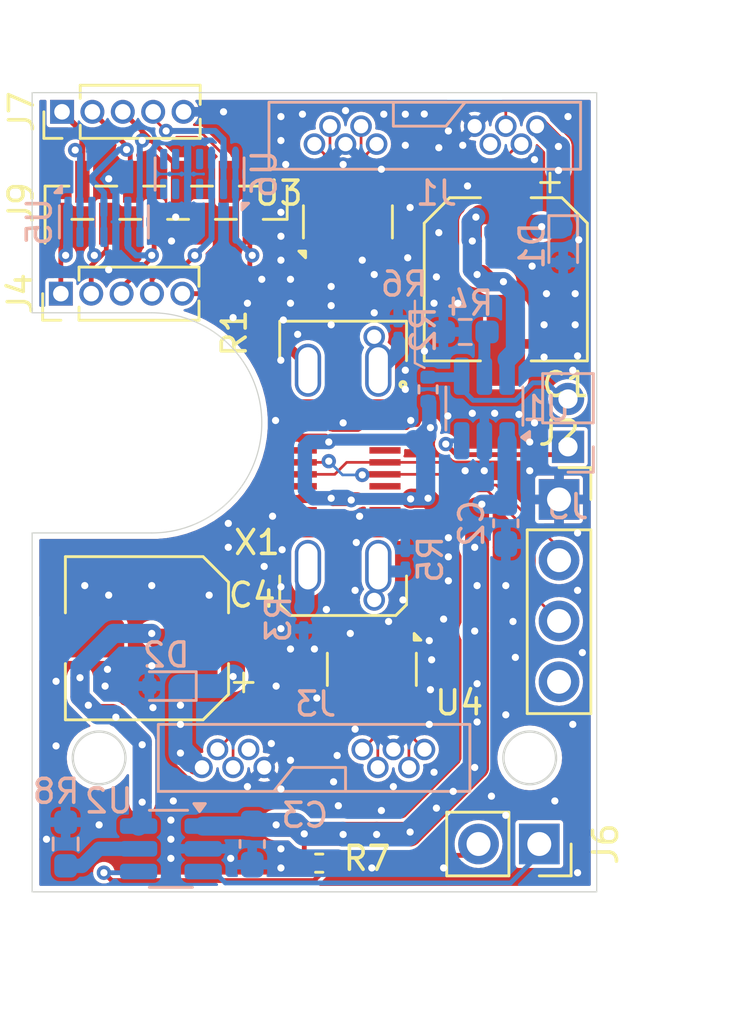
<source format=kicad_pcb>
(kicad_pcb (version 20240108) (generator "pcbnew") (generator_version "8.0")
  (layers (0 "F.Cu" signal) (1 "In1.Cu" signal) (2 "In2.Cu" signal) (31 "B.Cu" signal) (34 "B.Paste" user) (35 "F.Paste" user) (36 "B.SilkS" user "B.Silkscreen") (37 "F.SilkS" user "F.Silkscreen") (38 "B.Mask" user) (39 "F.Mask" user) (44 "Edge.Cuts" user))
  (net 0 "")
  (net 1 "VOUT1")
  (net 2 "GND")
  (net 3 "VBUS")
  (net 4 "VOUT2")
  (net 5 "RX1-")
  (net 6 "RX1+")
  (net 7 "TX1+")
  (net 8 "D+")
  (net 10 "TX1-")
  (net 11 "D-")
  (net 12 "nFLT1")
  (net 13 "EN1")
  (net 14 "EN2")
  (net 15 "nFLT2")
  (net 16 "2_D-")
  (net 17 "TX2+")
  (net 18 "2_D+")
  (net 19 "RX2+")
  (net 20 "RX2-")
  (net 22 "TX2-")
  (net 23 "Shield")
  (net 24 "Net-(U1-ILIM)")
  (net 25 "Net-(U2-ILIM)")
  (net 30 "K5")
  (net 31 "K3")
  (net 32 "K1")
  (net 33 "K9")
  (net 34 "K7")
  (net 35 "K6")
  (net 36 "K8")
  (net 37 "K2")
  (net 38 "K4")
  (footprint "Connector_PinHeader_1.27mm:PinHeader_1x05_P1.27mm_Vertical" (layer "F.Cu") (at 3.4 8.6 90)
    (property "Reference" "J4")
    (property "Value" "Conn_01x05")
  )
  (footprint "myLib8:DFN-14_1.35x3.5mm_P0.5mm" (layer "F.Cu") (at 15.4 5.6 90)
    (property "Reference" "U3")
    (property "Value" "SP3012-06UTG" (hide yes))
  )
  (footprint "Connector_USB:USB_C_Receptacle_JAE_DX07S024WJ3R400" (layer "F.Cu") (at 15.2 15.9 -90)
    (property "Reference" "X1")
    (property "Value" "USB_C_24pins" (hide yes))
  )
  (footprint "myLib8:DFN-14_1.35x3.5mm_P0.5mm" (layer "F.Cu") (at 16.4 24.3 -90)
    (property "Reference" "U4")
    (property "Value" "SP3012-06UTG" (hide yes))
  )
  (footprint "Connector_PinSocket_2.54mm:PinSocket_1x04_P2.54mm_Vertical" (layer "F.Cu") (at 24.225 17.2)
    (property "Reference" "J2")
    (property "Value" "Conn_01x04_Socket")
  )
  (footprint "Connector_PinSocket_2.54mm:PinSocket_1x02_P2.54mm_Vertical" (layer "F.Cu") (at 23.4 31.6 -90)
    (property "Reference" "J6")
    (property "Value" "Conn_01x02_Socket")
  )
  (footprint "Resistor_SMD:R_0201_0603Metric_Pad0.64x0.40mm_HandSolder" (layer "F.Cu") (at 11.7 10.25 90)
    (property "Reference" "R1")
    (property "Value" "0")
  )
  (footprint "Capacitor_SMD:CP_Elec_6.3x7.7" (layer "F.Cu") (at 7 23 180)
    (property "Reference" "C4")
    (property "Value" "120 uF")
  )
  (footprint "Resistor_SMD:R_0402_1005Metric" (layer "F.Cu") (at 14.2 32.4 180)
    (property "Reference" "R7")
    (property "Value" "100k")
  )
  (footprint "Connector_PinHeader_1.27mm:PinHeader_1x05_P1.27mm_Vertical" (layer "F.Cu") (at 3.45 1 90)
    (property "Reference" "J7")
    (property "Value" "Conn_01x05")
  )
  (footprint "Connector_PinHeader_1.00mm:PinHeader_1x10_P1.00mm_Vertical_SMD_Pin1Left" (layer "F.Cu") (at 7.8 4.8 90)
    (property "Reference" "J9")
    (property "Value" "Conn_01x10")
  )
  (footprint "Capacitor_SMD:CP_Elec_6.3x7.7" (layer "F.Cu") (at 22 8 -90)
    (property "Reference" "C1")
    (property "Value" "120 uF")
  )
  (footprint "Resistor_SMD:R_0402_1005Metric" (layer "B.Cu") (at 18.75 12.6 -90)
    (property "Reference" "R6")
    (property "Value" "100k")
  )
  (footprint "Package_TO_SOT_SMD:SOT-23-6_Handsoldering" (layer "B.Cu") (at 8 31.8 180)
    (property "Reference" "U2")
    (property "Value" "~")
  )
  (footprint "Diode_SMD:D_SOD-523" (layer "B.Cu") (at 24.4 6.6 -90)
    (property "Reference" "D1")
    (property "Value" "D_TVS")
  )
  (footprint "Resistor_SMD:R_0603_1608Metric_Pad0.98x0.95mm_HandSolder" (layer "B.Cu") (at 3.6 31.6 90)
    (property "Reference" "R8")
    (property "Value" "R")
  )
  (footprint "Connector_PinSocket_2.00mm:PinSocket_1x02_P2.00mm_Vertical" (layer "B.Cu") (at 24.6 15)
    (property "Reference" "J5")
    (property "Value" "Conn_01x02_Socket")
  )
  (footprint "USB_Conns:MU3MS04" (layer "B.Cu") (at 9.3 28.4 180)
    (property "Reference" "J3")
    (property "Value" "USB3_B_Micro" (hide yes))
  )
  (footprint "Resistor_SMD:R_0201_0603Metric_Pad0.64x0.40mm_HandSolder" (layer "B.Cu") (at 17.5 10.1 90)
    (property "Reference" "R2")
    (property "Value" "0")
  )
  (footprint "Capacitor_SMD:C_0603_1608Metric_Pad1.08x0.95mm_HandSolder" (layer "B.Cu") (at 11.4 31.6 -90)
    (property "Reference" "C3")
    (property "Value" "0.1")
  )
  (footprint "myLib8:DFN-14_1.35x3.5mm_P0.5mm" (layer "B.Cu") (at 5.2 5.6 -90)
    (property "Reference" "U5")
    (property "Value" "SP3012-06UTG")
  )
  (footprint "USB_Conns:MU3MS04" (layer "B.Cu") (at 23.3 1.6)
    (property "Reference" "J1")
    (property "Value" "USB3_B_Micro" (hide yes))
  )
  (footprint "Package_TO_SOT_SMD:SOT-23-6_Handsoldering" (layer "B.Cu") (at 21.104522 13.4 90)
    (property "Reference" "U1")
    (property "Value" "~")
  )
  (footprint "Resistor_SMD:R_0201_0603Metric_Pad0.64x0.40mm_HandSolder" (layer "B.Cu") (at 13.55 22.2 -90)
    (property "Reference" "R3")
    (property "Value" "0")
  )
  (footprint "Capacitor_SMD:C_0603_1608Metric_Pad1.08x0.95mm_HandSolder" (layer "B.Cu") (at 22 18.2 -90)
    (property "Reference" "C2")
    (property "Value" "0.1")
  )
  (footprint "myLib8:DFN-14_1.35x3.5mm_P0.5mm" (layer "B.Cu") (at 9.2 3.6 90)
    (property "Reference" "U6")
    (property "Value" "SP3012-06UTG")
  )
  (footprint "Resistor_SMD:R_0603_1608Metric_Pad0.98x0.95mm_HandSolder" (layer "B.Cu") (at 20.304522 10.2 180)
    (property "Reference" "R4")
    (property "Value" "R")
  )
  (footprint "Resistor_SMD:R_0201_0603Metric_Pad0.64x0.40mm_HandSolder" (layer "B.Cu") (at 17.8 19.7 90)
    (property "Reference" "R5")
    (property "Value" "0")
  )
  (footprint "Diode_SMD:D_SOD-523" (layer "B.Cu") (at 7.8 25 180)
    (property "Reference" "D2")
    (property "Value" "D_TVS")
  )
  (gr_line (start 18.2 8.9) (end 18.2 11.5) (stroke (width 0.1)) (layer "B.SilkS"))
  (gr_line (start 18.2 11.5) (end 18.6 11.7) (stroke (width 0.1)) (layer "B.SilkS"))
  (gr_line (start 2.2 18.6) (end 7.2 18.6) (stroke (width 0.05)) (layer "Edge.Cuts"))
  (gr_line (start 2.2 0.2) (end 2.2 9.4) (stroke (width 0.05)) (layer "Edge.Cuts"))
  (gr_line (start 11.6 0.2) (end 2.2 0.2) (stroke (width 0.05)) (layer "Edge.Cuts"))
  (gr_circle (center 5 28) (end 6.1 28) (stroke (width 0.1)) (fill none) (layer "Edge.Cuts"))
  (gr_circle (center 23 28) (end 24.1 28) (stroke (width 0.1)) (fill none) (layer "Edge.Cuts"))
  (gr_arc (start 7.2 9.4) (mid 11.8 14) (end 7.2 18.6) (stroke (width 0.05)) (layer "Edge.Cuts"))
  (gr_line (start 7.2 9.4) (end 2.2 9.4) (stroke (width 0.05)) (layer "Edge.Cuts"))
  (gr_line (start 25.8 0.2) (end 25.8 33.6) (stroke (width 0.05)) (layer "Edge.Cuts"))
  (gr_line (start 2.2 33.6) (end 2.2 18.6) (stroke (width 0.05)) (layer "Edge.Cuts"))
  (gr_line (start 25.8 0.2) (end 11.6 0.2) (stroke (width 0.05)) (layer "Edge.Cuts"))
  (gr_line (start 25.8 33.6) (end 2.2 33.6) (stroke (width 0.05)) (layer "Edge.Cuts"))
  (segment (start 24.2 2.45) (end 24.2 3.45) (width 0.8) (layer "F.Cu") (net 1))
  (segment (start 21 7.8) (end 21.3 8.1) (width 0.8) (layer "F.Cu") (net 1))
  (segment (start 22 5.3) (end 20.9 5.3) (width 0.8) (layer "F.Cu") (net 1))
  (segment (start 22.5 5.8) (end 23.5 5.8) (width 1) (layer "F.Cu") (net 1))
  (segment (start 20.75 5.4) (end 20.75 5.45) (width 0.8) (layer "F.Cu") (net 1))
  (segment (start 23.3 1.6) (end 23.35 1.6) (width 0.8) (layer "F.Cu") (net 1))
  (segment (start 20.6 5.6) (end 20.6 6.4) (width 0.8) (layer "F.Cu") (net 1))
  (segment (start 20.6 6.4) (end 20.6 7.6) (width 0.8) (layer "F.Cu") (net 1))
  (segment (start 21.3 8.1) (end 21.9 8.1) (width 0.8) (layer "F.Cu") (net 1))
  (segment (start 20.9 5.3) (end 20.8 5.4) (width 0.8) (layer "F.Cu") (net 1))
  (segment (start 20.75 5.45) (end 20.6 5.6) (width 0.8) (layer "F.Cu") (net 1))
  (segment (start 20.8 5.4) (end 20.75 5.4) (width 0.8) (layer "F.Cu") (net 1))
  (segment (start 20.8 7.8) (end 21 7.8) (width 0.8) (layer "F.Cu") (net 1))
  (segment (start 23.35 1.6) (end 24.2 2.45) (width 0.8) (layer "F.Cu") (net 1))
  (segment (start 20.6 7.6) (end 20.8 7.8) (width 0.8) (layer "F.Cu") (net 1))
  (via (at 23.5 5.8) (size 0.6) (drill 0.3) (layers "F.Cu" "B.Cu") (net 1))
  (via (at 24.2 2.45) (size 0.6) (drill 0.3) (layers "F.Cu" "B.Cu") (net 1))
  (via (at 20.75 5.4) (size 0.6) (drill 0.3) (layers "F.Cu" "B.Cu") (net 1))
  (via (at 21.9 8.1) (size 0.6) (drill 0.3) (layers "F.Cu" "B.Cu") (net 1))
  (via (at 24.2 3.45) (size 0.6) (drill 0.3) (layers "F.Cu" "B.Cu") (net 1))
  (via (at 20.6 6.4) (size 0.6) (drill 0.3) (layers "F.Cu" "B.Cu") (net 1))
  (via (at 20.8 7.8) (size 0.6) (drill 0.3) (layers "F.Cu" "B.Cu") (net 1))
  (segment (start 20.55 6.35) (end 20.6 6.4) (width 0.8) (layer "B.Cu") (net 1))
  (segment (start 22.054522 11.345478) (end 22.054522 12.05) (width 0.6) (layer "B.Cu") (net 1))
  (segment (start 24.294512 5.794512) (end 24.2 5.7) (width 1) (layer "B.Cu") (net 1))
  (segment (start 23.3 1.6) (end 24.15 2.45) (width 0.8) (layer "B.Cu") (net 1))
  (segment (start 20.6 7.6) (end 20.8 7.8) (width 0.8) (layer "B.Cu") (net 1))
  (segment (start 24.2 2.45) (end 24.2 2.5) (width 0.8) (layer "B.Cu") (net 1))
  (segment (start 23.5 5.8) (end 24.289024 5.8) (width 1) (layer "B.Cu") (net 1))
  (segment (start 20.75 5.4) (end 20.55 5.6) (width 0.8) (layer "B.Cu") (net 1))
  (segment (start 20.55 5.6) (end 20.55 6.35) (width 0.8) (layer "B.Cu") (net 1))
  (segment (start 21.1 8.1) (end 20.8 7.8) (width 0.8) (layer "B.Cu") (net 1))
  (segment (start 21.9 8.1) (end 21.1 8.1) (width 0.8) (layer "B.Cu") (net 1))
  (segment (start 22.4 11) (end 22.054522 11.345478) (width 0.8) (layer "B.Cu") (net 1))
  (segment (start 24.15 2.45) (end 24.2 2.45) (width 0.8) (layer "B.Cu") (net 1))
  (segment (start 24.2 2.5) (end 24.2 2.5) (width 0.8) (layer "B.Cu") (net 1))
  (segment (start 20.6 6.4) (end 20.6 7.6) (width 0.8) (layer "B.Cu") (net 1))
  (segment (start 24.2 2.5) (end 24.2 3.45) (width 1) (layer "B.Cu") (net 1))
  (segment (start 22.4 8.6) (end 22.4 11) (width 0.8) (layer "B.Cu") (net 1))
  (segment (start 24.2 5.7) (end 24.2 3.45) (width 1) (layer "B.Cu") (net 1))
  (segment (start 24.289024 5.8) (end 24.294512 5.794512) (width 1) (layer "B.Cu") (net 1))
  (segment (start 21.9 8.1) (end 22.4 8.6) (width 0.8) (layer "B.Cu") (net 1))
  (via (at 8 31.4) (size 0.6) (drill 0.3) (layers "F.Cu" "B.Cu") (net 2))
  (via (at 14.1 25.5) (size 0.6) (drill 0.3) (layers "F.Cu" "B.Cu") (net 2))
  (via (at 20 9) (size 0.6) (drill 0.3) (layers "F.Cu" "B.Cu") (net 2))
  (via (at 25 11.2) (size 0.6) (drill 0.3) (layers "F.Cu" "B.Cu") (net 2))
  (via (at 22 30.4) (size 0.6) (drill 0.3) (layers "F.Cu" "B.Cu") (net 2))
  (via (at 5.35 24.3) (size 0.6) (drill 0.3) (layers "F.Cu" "B.Cu") (net 2))
  (via (at 13 9) (size 0.6) (drill 0.3) (layers "F.Cu" "B.Cu") (net 2))
  (via (at 21.534403 13.6) (size 0.6) (drill 0.3) (layers "F.Cu" "B.Cu") (net 2))
  (via (at 19.4 22.2) (size 0.6) (drill 0.3) (layers "F.Cu" "B.Cu") (net 2))
  (via (at 3.2 24.8) (size 0.6) (drill 0.3) (layers "F.Cu" "B.Cu") (net 2))
  (via (at 15.2 3.2) (size 0.6) (drill 0.3) (layers "F.Cu" "B.Cu") (net 2))
  (via (at 23 16) (size 0.6) (drill 0.3) (layers "F.Cu" "B.Cu") (net 2))
  (via (at 18.85 25.15) (size 0.6) (drill 0.3) (layers "F.Cu" "B.Cu") (net 2))
  (via (at 11.2 29.2) (size 0.6) (drill 0.3) (layers "F.Cu" "B.Cu") (net 2))
  (via (at 13 8) (size 0.6) (drill 0.3) (layers "F.Cu" "B.Cu") (net 2))
  (via (at 17.8 12.6) (size 0.6) (drill 0.3) (layers "F.Cu" "B.Cu") (net 2))
  (via (at 15.75 19) (size 0.6) (drill 0.3) (layers "F.Cu" "B.Cu") (net 2))
  (via (at 18.592203 1.092203) (size 0.6) (drill 0.3) (layers "F.Cu" "B.Cu") (net 2))
  (via (at 8.027002 6.4) (size 0.6) (drill 0.3) (layers "F.Cu" "B.Cu") (net 2))
  (via (at 24.6 1.2) (size 0.6) (drill 0.3) (layers "F.Cu" "B.Cu") (net 2))
  (via (at 8.1 29.8) (size 0.6) (drill 0.3) (layers "F.Cu" "B.Cu") (net 2))
  (via (at 16.4 32.6) (size 0.6) (drill 0.3) (layers "F.Cu" "B.Cu") (net 2))
  (via (at 15 30) (size 0.6) (drill 0.3) (layers "F.Cu" "B.Cu") (net 2))
  (via (at 12.7 9.7) (size 0.6) (drill 0.3) (layers "F.Cu" "B.Cu") (net 2))
  (via (at 12.6 29.3) (size 0.6) (drill 0.3) (layers "F.Cu" "B.Cu") (net 2))
  (via (at 23.1 7.45) (size 0.6) (drill 0.3) (layers "F.Cu" "B.Cu") (net 2))
  (via (at 12.4 25) (size 0.6) (drill 0.3) (layers "F.Cu" "B.Cu") (net 2))
  (via (at 18.8 23.1) (size 0.6) (drill 0.3) (layers "F.Cu" "B.Cu") (net 2))
  (via (at 23.6 11.25) (size 0.6) (drill 0.3) (layers "F.Cu" "B.Cu") (net 2))
  (via (at 13.3 10.3) (size 0.6) (drill 0.3) (layers "F.Cu" "B.Cu") (net 2))
  (via (at 19 28.6) (size 0.6) (drill 0.3) (layers "F.Cu" "B.Cu") (net 2))
  (via (at 16.8 3.4) (size 0.6) (drill 0.3) (layers "F.Cu" "B.Cu") (net 2))
  (via (at 22.548427 13.644951) (size 0.6) (drill 0.3) (layers "F.Cu" "B.Cu") (net 2))
  (via (at 15.5 22.8) (size 0.6) (drill 0.3) (layers "F.Cu" "B.Cu") (net 2))
  (via (at 20.4 4.1) (size 0.6) (drill 0.3) (layers "F.Cu" "B.Cu") (net 2))
  (via (at 12.6 32.6) (size 0.6) (drill 0.3) (layers "F.Cu" "B.Cu") (net 2))
  (via (at 25 32.8) (size 0.6) (drill 0.3) (layers "F.Cu" "B.Cu") (net 2))
  (via (at 5.4 21.2) (size 0.6) (drill 0.3) (layers "F.Cu" "B.Cu") (net 2))
  (via (at 11.8 8) (size 0.6) (drill 0.3) (layers "F.Cu" "B.Cu") (net 2))
  (via (at 19.2 2.5) (size 0.6) (drill 0.3) (layers "F.Cu" "B.Cu") (net 2))
  (via (at 18.8 26.6) (size 0.6) (drill 0.3) (layers "F.Cu" "B.Cu") (net 2))
  (via (at 20.6 13.6) (size 0.6) (drill 0.3) (layers "F.Cu" "B.Cu") (net 2))
  (via (at 15.7 26.8) (size 0.6) (drill 0.3) (layers "F.Cu" "B.Cu") (net 2))
  (via (at 12.8 3.2) (size 0.6) (drill 0.3) (layers "F.Cu" "B.Cu") (net 2))
  (via (at 12.65 19.3) (size 0.6) (drill 0.3) (layers "F.Cu" "B.Cu") (net 2))
  (via (at 16.5 9.4) (size 0.6) (drill 0.3) (layers "F.Cu" "B.Cu") (net 2))
  (via (at 24.9 8.6) (size 0.6) (drill 0.3) (layers "F.Cu" "B.Cu") (net 2))
  (via (at 19.1 7.9) (size 0.6) (drill 0.3) (layers "F.Cu" "B.Cu") (net 2))
  (via (at 25.2 23.6) (size 0.6) (drill 0.3) (layers "F.Cu" "B.Cu") (net 2))
  (via (at 11.9 20) (size 0.6) (drill 0.3) (layers "F.Cu" "B.Cu") (net 2))
  (via (at 22 26.2) (size 0.6) (drill 0.3) (layers "F.Cu" "B.Cu") (net 2))
  (via (at 12.6 5.2) (size 0.6) (drill 0.3) (layers "F.Cu" "B.Cu") (net 2))
  (via (at 21.4 29.6) (size 0.6) (drill 0.3) (layers "F.Cu" "B.Cu") (net 2))
  (via (at 14.7 8.3) (size 0.6) (drill 0.3) (layers "F.Cu" "B.Cu") (net 2))
  (via (at 24.8 26.6) (size 0.6) (drill 0.3) (layers "F.Cu" "B.Cu") (net 2))
  (via (at 23.7 8.6) (size 0.6) (drill 0.3) (layers "F.Cu" "B.Cu") (net 2))
  (via (at 23.2 3) (size 0.6) (drill 0.3) (layers "F.Cu" "B.Cu") (net 2))
  (via (at 12.6 7.2) (size 0.6) (drill 0.3) (layers "F.Cu" "B.Cu") (net 2))
  (via (at 14.95 27.9) (size 0.6) (drill 0.3) (layers "F.Cu" "B.Cu") (net 2))
  (via (at 12.25 17.9) (size 0.6) (drill 0.3) (layers "F.Cu" "B.Cu") (net 2))
  (via (at 5 30.8) (size 0.6) (drill 0.3) (layers "F.Cu" "B.Cu") (net 2))
  (via (at 12.595144 11.381856) (size 0.6) (drill 0.3) (layers "F.Cu" "B.Cu") (net 2))
  (via (at 3.2 27.5) (size 0.6) (drill 0.3) (layers "F.Cu" "B.Cu") (net 2))
  (via (at 23.2 14) (size 0.6) (drill 0.3) (layers "F.Cu" "B.Cu") (net 2))
  (via (at 13 28.1) (size 0.6) (drill 0.3) (layers "F.Cu" "B.Cu") (net 2))
  (via (at 15.3 0.95) (size 0.6) (drill 0.3) (layers "F.Cu" "B.Cu") (net 2))
  (via (at 17.7 21.4) (size 0.6) (drill 0.3) (layers "F.Cu" "B.Cu") (net 2))
  (via (at 19.577 13.709395) (size 0.6) (drill 0.3) (layers "F.Cu" "B.Cu") (net 2))
  (via (at 8 30.6) (size 0.6) (drill 0.3) (layers "F.Cu" "B.Cu") (net 2))
  (via (at 5.25 25) (size 0.6) (drill 0.3) (layers "F.Cu" "B.Cu") (net 2))
  (via (at 19.6 19.6) (size 0.6) (drill 0.3) (layers "F.Cu" "B.Cu") (net 2))
  (via (at 14.5 21.8) (size 0.6) (drill 0.3) (layers "F.Cu" "B.Cu") (net 2))
  (via (at 12.375 13.9) (size 0.6) (drill 0.3) (layers "F.Cu" "B.Cu") (net 2))
  (via (at 10.4 19.2) (size 0.6) (drill 0.3) (layers "F.Cu" "B.Cu") (net 2))
  (via (at 18 5) (size 0.6) (drill 0.3) (layers "F.Cu" "B.Cu") (net 2))
  (via (at 15.2 14) (size 0.6) (drill 0.3) (layers "F.Cu" "B.Cu") (net 2))
  (via (at 13.5 1.1) (size 0.6) (drill 0.3) (layers "F.Cu" "B.Cu") (net 2))
  (via (at 12.2 27.4) (size 0.6) (drill 0.3) (layers "F.Cu" "B.Cu") (net 2))
  (via (at 24.9 9.9) (size 0.6) (drill 0.3) (layers "F.Cu" "B.Cu") (net 2))
  (via (at 12.6 22.6) (size 0.6) (drill 0.3) (layers "F.Cu" "B.Cu") (net 2))
  (via (at 20.3 16) (size 0.6) (drill 0.3) (layers "F.Cu" "B.Cu") (net 2))
  (via (at 16.5 7.8) (size 0.6) (drill 0.3) (layers "F.Cu" "B.Cu") (net 2))
  (via (at 16.8 30.2) (size 0.6) (drill 0.3) (layers "F.Cu" "B.Cu") (net 2))
  (via (at 22 20.8) (size 0.6) (drill 0.3) (layers "F.Cu" "B.Cu") (net 2))
  (via (at 20.2 2.4) (size 0.6) (drill 0.3) (layers "F.Cu" "B.Cu") (net 2))
  (via (at 12.6 2.2) (size 0.6) (drill 0.3) (layers "F.Cu" "B.Cu") (net 2))
  (via (at 13 23.45) (size 0.6) (drill 0.3) (layers "F.Cu" "B.Cu") (net 2))
  (via (at 10.4 18.2) (size 0.6) (drill 0.3) (layers "F.Cu" "B.Cu") (net 2))
  (via (at 19.6 1.8) (size 0.6) (drill 0.3) (layers "F.Cu" "B.Cu") (net 2))
  (via (at 25 18.6) (size 0.6) (drill 0.3) (layers "F.Cu" "B.Cu") (net 2))
  (via (at 14 23.45) (size 0.6) (drill 0.3) (layers "F.Cu" "B.Cu") (net 2))
  (via (at 22.4 23.8) (size 0.6) (drill 0.3) (layers "F.Cu" "B.Cu") (net 2))
  (via (at 7.2 20.8) (size 0.6) (drill 0.3) (layers "F.Cu" "B.Cu") (net 2))
  (via (at 16 7.2) (size 0.6) (drill 0.3) (layers "F.Cu" "B.Cu") (net 2))
  (via (at 10.5 32.2) (size 0.6) (drill 0.3) (layers "F.Cu" "B.Cu") (net 2))
  (via (at 12.6 6.2) (size 0.6) (drill 0.3) (layers "F.Cu" "B.Cu") (net 2))
  (via (at 19.6 18.8) (size 0.6) (drill 0.3) (layers "F.Cu" "B.Cu") (net 2))
  (via (at 17.8 2.4) (size 0.6) (drill 0.3) (layers "F.Cu" "B.Cu") (net 2))
  (via (at 19.4 32.6) (size 0.6) (drill 0.3) (layers "F.Cu" "B.Cu") (net 2))
  (via (at 14.8 29) (size 0.6) (drill 0.3) (layers "F.Cu" "B.Cu") (net 2))
  (via (at 25.05 6.35) (size 0.6) (drill 0.3) (layers "F.Cu" "B.Cu") (net 2))
  (via (at 8.2 5.4) (size 0.6) (drill 0.3) (layers "F.Cu" "B.Cu") (net 2))
  (via (at 18.026999 13.9) (size 0.6) (drill 0.3) (layers "F.Cu" "B.Cu") (net 2))
  (via (at 25 21) (size 0.6) (drill 0.3) (layers "F.Cu" "B.Cu") (net 2))
  (via (at 7.2 24.15) (size 0.6) (drill 0.3) (layers "F.Cu" "B.Cu") (net 2))
  (via (at 17.8 11.8) (size 0.6) (drill 0.3) (layers "F.Cu" "B.Cu") (net 2))
  (via (at 14.7 9.1) (size 0.6) (drill 0.3) (layers "F.Cu" "B.Cu") (net 2))
  (via (at 10.2 1) (size 0.6) (drill 0.3) (layers "F.Cu" "B.Cu") (net 2))
  (via (at 24.05 29.8) (size 0.6) (drill 0.3) (layers "F.Cu" "B.Cu") (net 2))
  (via (at 4.4 20.8) (size 0.6) (drill 0.3) (layers "F.Cu" "B.Cu") (net 2))
  (via (at 23.6 9.9) (size 0.6) (drill 0.3) (layers "F.Cu" "B.Cu") (net 2))
  (via (at 17.9 7.1) (size 0.6) (drill 0.3) (layers "F.Cu" "B.Cu") (net 2))
  (via (at 12.6 31.8) (size 0.6) (drill 0.3) (layers "F.Cu" "B.Cu") (net 2))
  (via (at 19 9) (size 0.6) (drill 0.3) (layers "F.Cu" "B.Cu") (net 2))
  (via (at 12.6 1.2) (size 0.6) (drill 0.3) (layers "F.Cu" "B.Cu") (net 2))
  (via (at 17.3 29.2) (size 0.6) (drill 0.3) (layers "F.Cu" "B.Cu") (net 2))
  (via (at 7.25 25.9) (size 0.6) (drill 0.3) (layers "F.Cu" "B.Cu") (net 2))
  (via (at 14.7 9.9) (size 0.6) (drill 0.3) (layers "F.Cu" "B.Cu") (net 2))
  (via (at 12.6 20.85) (size 0.6) (drill 0.3) (layers "F.Cu" "B.Cu") (net 2))
  (via (at 5.4 7.6) (size 0.6) (drill 0.3) (layers "F.Cu" "B.Cu") (net 2))
  (via (at 10.6 9.6) (size 0.6) (drill 0.3) (layers "F.Cu" "B.Cu") (net 2))
  (via (at 9.6 21.2) (size 0.6) (drill 0.3) (layers "F.Cu" "B.Cu") (net 2))
  (via (at 19.6 20.6) (size 0.6) (drill 0.3) (layers "F.Cu" "B.Cu") (net 2))
  (via (at 2.8 31.4) (size 0.6) (drill 0.3) (layers "F.Cu" "B.Cu") (net 2))
  (via (at 24.8 11.8) (size 0.6) (drill 0.3) (layers "F.Cu" "B.Cu") (net 2))
  (via (at 21.1 16) (size 0.6) (drill 0.3) (layers "F.Cu" "B.Cu") (net 2))
  (via (at 19.2 6.05) (size 0.6) (drill 0.3) (layers "F.Cu" "B.Cu") (net 2))
  (via (at 14.5 21.8) (size 0.6) (drill 0.3) (layers "F.Cu" "B.Cu") (net 2))
  (via (at 23 14.8) (size 0.6) (drill 0.3) (layers "F.Cu" "B.Cu") (net 2))
  (via (at 18.9 23.9) (size 0.6) (drill 0.3) (layers "F.Cu" "B.Cu") (net 2))
  (via (at 17.8 1.1) (size 0.6) (drill 0.3) (layers "F.Cu" "B.Cu") (net 2))
  (via (at 8 32.2) (size 0.6) (drill 0.3) (layers "F.Cu" "B.Cu") (net 2))
  (via (at 5.4 3.8) (size 0.6) (drill 0.3) (layers "F.Cu" "B.Cu") (net 2))
  (via (at 16.9 1.1) (size 0.6) (drill 0.3) (layers "F.Cu" "B.Cu") (net 2))
  (via (at 18.6 11) (size 0.6) (drill 0.3) (layers "F.Cu" "B.Cu") (net 2))
  (via (at 17.1 22.3) (size 0.6) (drill 0.3) (layers "F.Cu" "B.Cu") (net 2))
  (via (at 15.7 21) (size 0.6) (drill 0.3) (layers "F.Cu" "B.Cu") (net 2))
  (via (at 22.3 22.3) (size 0.6) (drill 0.3) (layers "F.Cu" "B.Cu") (net 2))
  (via (at 15.888069 17.90256) (size 0.6) (drill 0.3) (layers "F.Cu" "B.Cu") (net 2))
  (via (at 11.2 9) (size 0.6) (drill 0.3) (layers "F.Cu" "B.Cu") (net 2))
  (segment (start 13.71 31.31) (end 13.575 31.175) (width 0.5) (layer "F.Cu") (net 3))
  (segment (start 14.45 14.65) (end 13.45 14.65) (width 0.4) (layer "F.Cu") (net 3))
  (segment (start 14.7 17.15) (end 14.8 17.05) (width 0.5) (layer "F.Cu") (net 3))
  (segment (start 20.8 19.1) (end 20.7 19.2) (width 1) (layer "F.Cu") (net 3))
  (segment (start 19.2 17.6) (end 20.8 17.6) (width 0.6) (layer "F.Cu") (net 3))
  (segment (start 20.8 17.6) (end 20.8 19.1) (width 1) (layer "F.Cu") (net 3))
  (segment (start 13.2 30.8) (end 13.575 31.175) (width 1) (layer "F.Cu") (net 3))
  (segment (start 13.575 31.175) (end 13.575 32.285) (width 0.2) (layer "F.Cu") (net 3))
  (segment (start 15.8 17.15) (end 16.95 17.15) (width 0.4) (layer "F.Cu") (net 3))
  (segment (start 20.7 22.7) (end 20.8 22.8) (width 1) (layer "F.Cu") (net 3))
  (segment (start 18.481923 14.518077) (end 18.171988 14.518077) (width 0.4) (layer "F.Cu") (net 3))
  (segment (start 20.8 19.3) (end 20.8 20.8) (width 1) (layer "F.Cu") (net 3))
  (segment (start 16.95 14.65) (end 16.075 14.65) (width 0.4) (layer "F.Cu") (net 3))
  (segment (start 20.8 28) (end 20.8 28.4) (width 1) (layer "F.Cu") (net 3))
  (segment (start 20.7 28.5) (end 19.8 29.4) (width 1) (layer "F.Cu") (net 3))
  (segment (start 16.6 31.2) (end 16.575 31.175) (width 1) (layer "F.Cu") (net 3))
  (segment (start 18.75 17.15) (end 19 17.4) (width 0.8) (layer "F.Cu") (net 3))
  (segment (start 15.2 31.2) (end 15.175 31.175) (width 1) (layer "F.Cu") (net 3))
  (segment (start 20.8 20.8) (end 20.8 22.6) (width 1) (layer "F.Cu") (net 3))
  (segment (start 18.050577 17.15) (end 18.021577 17.179) (width 0.8) (layer "F.Cu") (net 3))
  (segment (start 20.8 26.5) (end 20.8 28) (width 1) (layer "F.Cu") (net 3))
  (segment (start 20.8 24.9) (end 20.8 26.5) (width 1) (layer "F.Cu") (net 3))
  (segment (start 13.575 32.285) (end 13.69 32.4) (width 0.2) (layer "F.Cu") (net 3))
  (segment (start 19 17.4) (end 19.2 17.6) (width 0.6) (layer "F.Cu") (net 3))
  (segment (start 18.8 14.2) (end 18.481923 14.518077) (width 0.4) (layer "F.Cu") (net 3))
  (segment (start 15 17.15) (end 14.7 17.15) (width 0.4) (layer "F.Cu") (net 3))
  (segment (start 20.7 19.2) (end 20.8 19.3) (width 1) (layer "F.Cu") (net 3))
  (segment (start 15.752 17.15) (end 16.95 17.15) (width 0.4) (layer "F.Cu") (net 3))
  (segment (start 15.225 31.175) (end 15.2 31.2) (width 1) (layer "F.Cu") (net 3))
  (segment (start 17.9 14.7) (end 17.990065 14.7) (width 0.5) (layer "F.Cu") (net 3))
  (segment (start 18.75 17.15) (end 18.050577 17.15) (width 0.8) (layer "F.Cu") (net 3))
  (segment (start 18.025 31.175) (end 16.625 31.175) (width 1) (layer "F.Cu") (net 3))
  (segment (start 14.675 14.725) (end 14.6 14.8) (width 0.25) (layer "F.Cu") (net 3))
  (segment (start 21 17.4) (end 20.8 17.6) (width 0.6) (layer "F.Cu") (net 3))
  (segment (start 16.075 14.65) (end 16 14.725) (width 0.4) (layer "F.Cu") (net 3))
  (segment (start 18.85 14.2) (end 18.8 14.2) (width 0.4) (layer "F.Cu") (net 3))
  (segment (start 14.777 17.227) (end 14.7 17.15) (width 0.5) (layer "F.Cu") (net 3))
  (segment (start 20.8 28.4) (end 20.7 28.4) (width 1) (layer "F.Cu") (net 3))
  (segment (start 15.537961 17.227) (end 14.777 17.227) (width 0.5) (layer "F.Cu") (net 3))
  (segment (start 15.537961 17.227) (end 15.675 17.227) (width 0.4) (layer "F.Cu") (net 3))
  (segment (start 16.95 14.65) (end 17.95 14.65) (width 0.4) (layer "F.Cu") (net 3))
  (segment (start 18 31.1) (end 18 31.2) (width 1) (layer "F.Cu") (net 3))
  (segment (start 18.75 17.15) (end 16.95 17.15) (width 0.4) (layer "F.Cu") (net 3))
  (segment (start 20.8 22.6) (end 20.7 22.7) (width 1) (layer "F.Cu") (net 3))
  (segment (start 19.8 29.4) (end 19.1 30.1) (width 1) (layer "F.Cu") (net 3))
  (segment (start 15.537961 17.227) (end 15.460961 17.15) (width 0.4) (layer "F.Cu") (net 3))
  (segment (start 12.4 30.8) (end 13.2 30.8) (width 1) (layer "F.Cu") (net 3))
  (segment (start 20.8 22.8) (end 20.8 24.9) (width 1) (layer "F.Cu") (net 3))
  (segment (start 15.460961 17.15) (end 15 17.15) (width 0.5) (layer "F.Cu") (net 3))
  (segment (start 18.021577 17.179) (end 18.721 17.179) (width 0.6) (layer "F.Cu") (net 3))
  (segment (start 16 14.725) (end 14.675 14.725) (width 0.4) (layer "F.Cu") (net 3))
  (segment (start 19.1 30.1) (end 18.1 31.1) (width 1) (layer "F.Cu") (net 3))
  (segment (start 20.8 18.1) (end 20.8 17.6) (width 0.6) (layer "F.Cu") (net 3))
  (segment (start 18.171988 14.518077) (end 17.990065 14.7) (width 0.4) (layer "F.Cu") (net 3))
  (segment (start 14.6 14.8) (end 14.45 14.65) (width 0.25) (layer "F.Cu") (net 3))
  (segment (start 14.7 17.15) (end 15.8 17.15) (width 0.5) (layer "F.Cu") (net 3))
  (segment (start 15.460961 17.15) (end 14.7 17.15) (width 0.4) (layer "F.Cu") (net 3))
  (segment (start 16.625 31.175) (end 16.6 31.2) (width 1) (layer "F.Cu") (net 3))
  (segment (start 18.721 17.179) (end 18.75 17.15) (width 0.6) (layer "F.Cu") (net 3))
  (segment (start 15.675 17.227) (end 15.752 17.15) (width 0.4) (layer "F.Cu") (net 3))
  (segment (start 15.752 17.15) (end 15.8 17.15) (width 0.4) (layer "F.Cu") (net 3))
  (segment (start 15.175 31.175) (end 13.575 31.175) (width 1) (layer "F.Cu") (net 3))
  (segment (start 20.8 28.4) (end 20.8 28.4) (width 1) (layer "F.Cu") (net 3))
  (segment (start 17.95 14.65) (end 17.9 14.7) (width 0.25) (layer "F.Cu") (net 3))
  (segment (start 16.575 31.175) (end 15.225 31.175) (width 1) (layer "F.Cu") (net 3))
  (segment (start 18.1 31.1) (end 18 31.1) (width 1) (layer "F.Cu") (net 3))
  (segment (start 20.7 28.4) (end 20.7 28.5) (width 1) (layer "F.Cu") (net 3))
  (segment (start 18 31.2) (end 18.025 31.175) (width 1) (layer "F.Cu") (net 3))
  (segment (start 13.45 17.15) (end 14.7 17.15) (width 0.4) (layer "F.Cu") (net 3))
  (via (at 14.7 17.15) (size 0.6) (drill 0.3) (layers "F.Cu" "B.Cu") (net 3))
  (via (at 14.6 14.8) (size 0.6) (drill 0.3) (layers "F.Cu" "B.Cu") (net 3))
  (via (at 20.8 24.9) (size 0.6) (drill 0.3) (layers "F.Cu" "B.Cu") (net 3))
  (via (at 19.8 29.4) (size 0.6) (drill 0.3) (layers "F.Cu" "B.Cu") (net 3))
  (via (at 20.8 26.5) (size 0.6) (drill 0.3) (layers "F.Cu" "B.Cu") (net 3))
  (via (at 20.7 28.4) (size 0.6) (drill 0.3) (layers "F.Cu" "B.Cu") (net 3))
  (via (at 12.4 30.8) (size 0.6) (drill 0.3) (layers "F.Cu" "B.Cu") (net 3))
  (via (at 18.75 17.15) (size 0.6) (drill 0.3) (layers "F.Cu" "B.Cu") (net 3))
  (via (at 20.8 20.8) (size 0.6) (drill 0.3) (layers "F.Cu" "B.Cu") (net 3))
  (via (at 18 31.1) (size 0.6) (drill 0.3) (layers "F.Cu" "B.Cu") (net 3))
  (via (at 20.7 22.7) (size 0.6) (drill 0.3) (layers "F.Cu" "B.Cu") (net 3))
  (via (at 20.7 19.2) (size 0.6) (drill 0.3) (layers "F.Cu" "B.Cu") (net 3))
  (via (at 18.021577 17.179) (size 0.6) (drill 0.3) (layers "F.Cu" "B.Cu") (net 3))
  (via (at 15.2 31.2) (size 0.6) (drill 0.3) (layers "F.Cu" "B.Cu") (net 3))
  (via (at 18.85 14.2) (size 0.6) (drill 0.3) (layers "F.Cu" "B.Cu") (net 3))
  (via (at 15.537961 17.227) (size 0.6) (drill 0.3) (layers "F.Cu" "B.Cu") (net 3))
  (via (at 21 17.4) (size 0.6) (drill 0.3) (layers "F.Cu" "B.Cu") (net 3))
  (via (at 13.575 31.175) (size 0.6) (drill 0.3) (layers "F.Cu" "B.Cu") (net 3))
  (via (at 16.6 31.2) (size 0.6) (drill 0.3) (layers "F.Cu" "B.Cu") (net 3))
  (via (at 19.1 30.1) (size 0.6) (drill 0.3) (layers "F.Cu" "B.Cu") (net 3))
  (segment (start 14.7 17.15) (end 14.805481 17.044519) (width 0.5) (layer "B.Cu") (net 3))
  (segment (start 13.575 31.175) (end 13.2 30.8) (width 1) (layer "B.Cu") (net 3))
  (segment (start 18.568597 17.202) (end 18.620597 17.15) (width 0.5) (layer "B.Cu") (net 3))
  (segment (start 15.460961 17.15) (end 15.537961 17.227) (width 0.6) (layer "B.Cu") (net 3))
  (segment (start 22.054522 14.75) (end 22.054522 17.282978) (width 0.8) (layer "B.Cu") (net 3))
  (segment (start 13.2 30.8) (end 11.4625 30.8) (width 1) (layer "B.Cu") (net 3))
  (segment (start 22.054522 17.282978) (end 21.9375 17.4) (width 0.8) (layer "B.Cu") (net 3))
  (segment (start 13.6 15) (end 13.8 14.8) (width 0.6) (layer "B.Cu") (net 3))
  (segment (start 18.75 17.15) (end 18.721 17.179) (width 0.5) (layer "B.Cu") (net 3))
  (segment (start 18.15 14.7) (end 18.65 15.2) (width 0.8) (layer "B.Cu") (net 3))
  (segment (start 18.65 17.05) (end 18.75 17.15) (width 0.4) (layer "B.Cu") (net 3))
  (segment (start 18.4 17.202) (end 18.568597 17.202) (width 0.5) (layer "B.Cu") (net 3))
  (segment (start 11.2875 30.85) (end 11.4 30.7375) (width 0.8) (layer "B.Cu") (net 3))
  (segment (start 14.6 14.8) (end 14.7 14.7) (width 0.5) (layer "B.Cu") (net 3))
  (segment (start 13.8 14.8) (end 14.6 14.8) (width 0.6) (layer "B.Cu") (net 3))
  (segment (start 15.537961 17.227) (end 15.585961 17.179) (width 0.5) (layer "B.Cu") (net 3))
  (segment (start 14.805481 17.044519) (end 15.355481 17.044519) (width 0.5) (layer "B.Cu") (net 3))
  (segment (start 17.9 31.2) (end 18 31.1) (width 1) (layer "B.Cu") (net 3))
  (segment (start 15.175 31.175) (end 15.2 31.2) (width 1) (layer "B.Cu") (net 3))
  (segment (start 9.35 30.85) (end 11.2875 30.85) (width 0.8) (layer "B.Cu") (net 3))
  (segment (start 18.75 17.15) (end 18.050577 17.15) (width 0.5) (layer "B.Cu") (net 3))
  (segment (start 18.044577 17.202) (end 18.4 17.202) (width 0.5) (layer "B.Cu") (net 3))
  (segment (start 14.7 14.7) (end 17.9 14.7) (width 0.5) (layer "B.Cu") (net 3))
  (segment (start 18.85 14.2) (end 18.7 14.2) (width 0.5) (layer "B.Cu") (net 3))
  (segment (start 18.65 15.963288) (end 18.65 15.85) (width 0.4) (layer "B.Cu") (net 3))
  (segment (start 15.2 31.2) (end 16.6 31.2) (width 1) (layer "B.Cu") (net 3))
  (segment (start 18.8 13.16) (end 18.75 13.11) (width 0.6) (layer "B.Cu") (net 3))
  (segment (start 15.585961 17.179) (end 18.021577 17.179) (width 0.5) (layer "B.Cu") (net 3))
  (segment (start 18.2 14.7) (end 18.1 14.7) (width 0.5) (layer "B.Cu") (net 3))
  (segment (start 18.65 15.85) (end 18.65 15.2) (width 0.8) (layer "B.Cu") (net 3))
  (segment (start 13.69 31.29) (end 13.575 31.175) (width 0.2) (layer "B.Cu") (net 3))
  (segment (start 16.6 31.2) (end 17.9 31.2) (width 1) (layer "B.Cu") (net 3))
  (segment (start 18.65 15.2) (end 18.65 14.7) (width 0.6) (layer "B.Cu") (net 3))
  (segment (start 13.95 17.15) (end 13.6 16.8) (width 0.6) (layer "B.Cu") (net 3))
  (segment (start 18.620597 17.15) (end 18.75 17.15) (width 0.5) (layer "B.Cu") (net 3))
  (segment (start 18.7 14.2) (end 18.2 14.7) (width 0.5) (layer "B.Cu") (net 3))
  (segment (start 18.75 16.063288) (end 18.65 15.963288) (width 0.4) (layer "B.Cu") (net 3))
  (segment (start 14.7 17.15) (end 13.95 17.15) (width 0.6) (layer "B.Cu") (net 3))
  (segment (start 18.65 14.7) (end 18.8 14.55) (width 0.6) (layer "B.Cu") (net 3))
  (segment (start 18.1 14.7) (end 17.9 14.7) (width 0.5) (layer "B.Cu") (net 3))
  (segment (start 18.8 14.55) (end 18.8 13.16) (width 0.6) (layer "B.Cu") (net 3))
  (segment (start 14.7 17.15) (end 15.460961 17.15) (width 0.6) (layer "B.Cu") (net 3))
  (segment (start 11.4625 30.8) (end 11.4 30.7375) (width 0.25) (layer "B.Cu") (net 3))
  (segment (start 21.9375 17.4) (end 21 17.4) (width 0.8) (layer "B.Cu") (net 3))
  (segment (start 18.721 17.179) (end 18.021577 17.179) (width 0.5) (layer "B.Cu") (net 3))
  (segment (start 18.021577 17.179) (end 18.044577 17.202) (width 0.5) (layer "B.Cu") (net 3))
  (segment (start 18.65 15.85) (end 18.65 17.05) (width 0.8) (layer "B.Cu") (net 3))
  (segment (start 20.7 19.2) (end 20.7 28.4) (width 1) (layer "B.Cu") (net 3))
  (segment (start 18.050577 17.15) (end 18.021577 17.179) (width 0.5) (layer "B.Cu") (net 3))
  (segment (start 13.6 16.8) (end 13.6 15) (width 0.6) (layer "B.Cu") (net 3))
  (segment (start 18 31.1) (end 20.7 28.4) (width 1) (layer "B.Cu") (net 3))
  (segment (start 18.1 14.7) (end 18.15 14.7) (width 0.5) (layer "B.Cu") (net 3))
  (segment (start 18.65 13.16) (end 18.6 13.11) (width 0.2) (layer "B.Cu") (net 3))
  (segment (start 13.575 31.175) (end 15.175 31.175) (width 1) (layer "B.Cu") (net 3))
  (segment (start 17.9 14.7) (end 18.65 14.7) (width 0.5) (layer "B.Cu") (net 3))
  (segment (start 5.7 26.3) (end 5.783352 26.3) (width 0.8) (layer "F.Cu") (net 4))
  (segment (start 4.2 24.65) (end 4.2 25.45) (width 0.8) (layer "F.Cu") (net 4))
  (segment (start 8.4 27.8) (end 8.4 26.6) (width 0.6) (layer "F.Cu") (net 4))
  (segment (start 8.4 26.6) (end 8.4 25.8) (width 0.6) (layer "F.Cu") (net 4))
  (segment (start 6.8 27.45) (end 6.8 29.85) (width 0.8) (layer "F.Cu") (net 4))
  (segment (start 4.9 26.15) (end 5.55 26.15) (width 0.8) (layer "F.Cu") (net 4))
  (segment (start 9.7 23) (end 10.6 23.9) (width 1) (layer "F.Cu") (net 4))
  (segment (start 4.55 25.8) (end 4.9 26.15) (width 0.8) (layer "F.Cu") (net 4))
  (segment (start 5.783352 26.3) (end 6.8 27.316648) (width 0.8) (layer "F.Cu") (net 4))
  (segment (start 9 28.4) (end 8.4 27.8) (width 0.6) (layer "F.Cu") (net 4))
  (segment (start 6.8 27.316648) (end 6.8 27.45) (width 0.8) (layer "F.Cu") (net 4))
  (segment (start 4.2 25.45) (end 4.55 25.8) (width 0.8) (layer "F.Cu") (net 4))
  (segment (start 9.3 28.4) (end 9 28.4) (width 0.6) (layer "F.Cu") (net 4))
  (segment (start 7.2 22.8) (end 7.4 23) (width 0.8) (layer "F.Cu") (net 4))
  (segment (start 5.55 26.15) (end 5.7 26.3) (width 0.8) (layer "F.Cu") (net 4))
  (segment (start 7.4 23) (end 9.7 23) (width 0.8) (layer "F.Cu") (net 4))
  (segment (start 10.6 23.9) (end 10.6 24.6) (width 1) (layer "F.Cu") (net 4))
  (via (at 7.2 22.8) (size 0.6) (drill 0.3) (layers "F.Cu" "B.Cu") (net 4))
  (via (at 8.4 25.8) (size 0.6) (drill 0.3) (layers "F.Cu" "B.Cu") (net 4))
  (via (at 4.55 25.8) (size 0.6) (drill 0.3) (layers "F.Cu" "B.Cu") (net 4))
  (via (at 6.8 27.45) (size 0.6) (drill 0.3) (layers "F.Cu" "B.Cu") (net 4))
  (via (at 5.7 26.3) (size 0.6) (drill 0.3) (layers "F.Cu" "B.Cu") (net 4))
  (via (at 10.6 24.6) (size 0.6) (drill 0.3) (layers "F.Cu" "B.Cu") (net 4))
  (via (at 8.4 26.6) (size 0.6) (drill 0.3) (layers "F.Cu" "B.Cu") (net 4))
  (via (at 8.4 27.8) (size 0.6) (drill 0.3) (layers "F.Cu" "B.Cu") (net 4))
  (via (at 6.8 29.85) (size 0.6) (drill 0.3) (layers "F.Cu" "B.Cu") (net 4))
  (via (at 4.2 24.65) (size 0.6) (drill 0.3) (layers "F.Cu" "B.Cu") (net 4))
  (segment (start 6.125463 26.650001) (end 5.775462 26.3) (width 0.8) (layer "B.Cu") (net 4))
  (segment (start 8.544365 27.8) (end 8.85 28.105635) (width 1) (layer "B.Cu") (net 4))
  (segment (start 4.2 25.45) (end 4.2 24.65) (width 0.8) (layer "B.Cu") (net 4))
  (segment (start 6.6 30.8) (end 6.65 30.85) (width 0.8) (layer "B.Cu") (net 4))
  (segment (start 8.4 27) (end 8.4 27.655635) (width 1) (layer "B.Cu") (net 4))
  (segment (start 8.4 25) (end 10.2 25) (width 1) (layer "B.Cu") (net 4))
  (segment (start 5.6 22.8) (end 7.2 22.8) (width 0.8) (layer "B.Cu") (net 4))
  (segment (start 5.7 26.3) (end 5.7 26.224538) (width 0.8) (layer "B.Cu") (net 4))
  (segment (start 6.152868 26.669516) (end 6.125463 26.650001) (width 0.8) (layer "B.Cu") (net 4))
  (segment (start 8.4 25.8) (end 8.4 25) (width 1) (layer "B.Cu") (net 4))
  (segment (start 5.675462 26.2) (end 4.95 26.2) (width 0.8) (layer "B.Cu") (net 4))
  (segment (start 5.775462 26.3) (end 5.7 26.3) (width 0.8) (layer "B.Cu") (net 4))
  (segment (start 6.8 29.85) (end 6.8 27.45) (width 0.8) (layer "B.Cu") (net 4))
  (segment (start 8.4 27.5) (end 9.3 28.4) (width 0.6) (layer "B.Cu") (net 4))
  (segment (start 8.4 27.655635) (end 8.4 27.655635) (width 1) (layer "B.Cu") (net 4))
  (segment (start 5.7 26.224538) (end 5.675462 26.2) (width 0.8) (layer "B.Cu") (net 4))
  (segment (start 8.4 27.8) (end 8.544365 27.8) (width 1) (layer "B.Cu") (net 4))
  (segment (start 6.65 30.85) (end 6.8 30.7) (width 0.8) (layer "B.Cu") (net 4))
  (segment (start 10.2 25) (end 10.6 24.6) (width 1) (layer "B.Cu") (net 4))
  (segment (start 6.8 27.45) (end 6.8 27.324538) (width 0.8) (layer "B.Cu") (net 4))
  (segment (start 4.55 25.8) (end 4.2 25.45) (width 0.8) (layer "B.Cu") (net 4))
  (segment (start 8.4 27) (end 8.4 26.6) (width 1) (layer "B.Cu") (net 4))
  (segment (start 6.8 27.324538) (end 6.314679 26.839217) (width 0.8) (layer "B.Cu") (net 4))
  (segment (start 8.4 27.655635) (end 8.4 27.8) (width 1) (layer "B.Cu") (net 4))
  (segment (start 4.2 24.65) (end 4.2 24.2) (width 0.8) (layer "B.Cu") (net 4))
  (segment (start 4.95 26.2) (end 4.55 25.8) (width 0.8) (layer "B.Cu") (net 4))
  (segment (start 4.2 24.2) (end 5.6 22.8) (width 0.8) (layer "B.Cu") (net 4))
  (segment (start 8.4 27) (end 8.4 27.5) (width 0.6) (layer "B.Cu") (net 4))
  (segment (start 6.8 30.7) (end 6.8 29.85) (width 0.8) (layer "B.Cu") (net 4))
  (segment (start 8.4 26.6) (end 8.4 25.8) (width 1) (layer "B.Cu") (net 4))
  (segment (start 6.314679 26.839217) (end 6.152868 26.669516) (width 0.8) (layer "B.Cu") (net 4))
  (segment (start 14.2695 4.8445) (end 14.4 4.975) (width 0.112) (layer "F.Cu") (net 5))
  (segment (start 14.4 4.975) (end 14.2695 5.1055) (width 0.112) (layer "F.Cu") (net 5))
  (segment (start 14.482384 14.0195) (end 14.9195 13.582384) (width 0.112) (layer "F.Cu") (net 5))
  (segment (start 14.65 1.6) (end 14.65 3.119) (width 0.112) (layer "F.Cu") (net 5))
  (segment (start 14.4 6.5) (end 14.4 6.225) (width 0.112) (layer "F.Cu") (net 5))
  (segment (start 14.2695 7.6995) (end 14.2695 6.6305) (width 0.112) (layer "F.Cu") (net 5))
  (segment (start 13.5805 14.0195) (end 14.482384 14.0195) (width 0.112) (layer "F.Cu") (net 5))
  (segment (start 14.2695 6.0945) (end 14.4 6.225) (width 0.112) (layer "F.Cu") (net 5))
  (segment (start 14.0195 7.9495) (end 14.2695 7.6995) (width 0.112) (layer "F.Cu") (net 5))
  (segment (start 14.0195 9.9505) (end 14.0195 7.9495) (width 0.112) (layer "F.Cu") (net 5))
  (segment (start 14.2695 6.6305) (end 14.4 6.5) (width 0.112) (layer "F.Cu") (net 5))
  (segment (start 14.9195 10.8505) (end 14.0195 9.9505) (width 0.112) (layer "F.Cu") (net 5))
  (segment (start 13.45 14.15) (end 13.5805 14.0195) (width 0.112) (layer "F.Cu") (net 5))
  (segment (start 14.2695 3.4995) (end 14.2695 4.8445) (width 0.112) (layer "F.Cu") (net 5))
  (segment (start 14.9195 13.582384) (end 14.9195 10.8505) (width 0.112) (layer "F.Cu") (net 5))
  (segment (start 14.2695 5.1055) (end 14.2695 6.0945) (width 0.112) (layer "F.Cu") (net 5))
  (segment (start 14.65 3.119) (end 14.2695 3.4995) (width 0.112) (layer "F.Cu") (net 5))
  (segment (start 13.7805 8.2) (end 13.68525 8.29525) (width 0.112) (layer "F.Cu") (net 6))
  (segment (start 14.0305 4.2715) (end 14.0305 4.8445) (width 0.112) (layer "F.Cu") (net 6))
  (segment (start 13.9 4.975) (end 14.0305 5.1055) (width 0.112) (layer "F.Cu") (net 6))
  (segment (start 14.410999 2.760999) (end 14.410999 3.020001) (width 0.112) (layer "F.Cu") (net 6))
  (segment (start 13.629029 4.081) (end 13.724279 4.17625) (width 0.112) (layer "F.Cu") (net 6))
  (segment (start 13.470916 8.581) (end 13.566166 8.67625) (width 0.112) (layer "F.Cu") (net 6))
  (segment (start 14.0305 6.0945) (end 13.9 6.225) (width 0.112) (layer "F.Cu") (net 6))
  (segment (start 13.7805 7.8505) (end 13.7805 8.2) (width 0.112) (layer "F.Cu") (net 6))
  (segment (start 13.7805 8.7715) (end 13.7805 9.202357) (width 0.112) (layer "F.Cu") (net 6))
  (segment (start 13.724279 4.17625) (end 13.93525 4.17625) (width 0.112) (layer "F.Cu") (net 6))
  (segment (start 14.0305 5.1055) (end 14.0305 6.0945) (width 0.112) (layer "F.Cu") (net 6))
  (segment (start 14.6805 10.9495) (end 14.6805 13.483384) (width 0.112) (layer "F.Cu") (net 6))
  (segment (start 14.0305 3.7) (end 13.93525 3.79525) (width 0.112) (layer "F.Cu") (net 6))
  (segment (start 13.629029 3.8905) (end 13.629029 4.081) (width 0.112) (layer "F.Cu") (net 6))
  (segment (start 13.566166 8.29525) (end 13.470916 8.3905) (width 0.112) (layer "F.Cu") (net 6))
  (segment (start 14.0305 4.8445) (end 13.9 4.975) (width 0.112) (layer "F.Cu") (net 6))
  (segment (start 13.68525 8.29525) (end 13.566166 8.29525) (width 0.112) (layer "F.Cu") (net 6))
  (segment (start 13.566166 8.67625) (end 13.68525 8.67625) (width 0.112) (layer "F.Cu") (net 6))
  (segment (start 13.93525 4.17625) (end 14.0305 4.2715) (width 0.112) (layer "F.Cu") (net 6))
  (segment (start 14.383384 13.7805) (end 13.5805 13.7805) (width 0.112) (layer "F.Cu") (net 6))
  (segment (start 13.7805 10.0495) (end 14.6805 10.9495) (width 0.112) (layer "F.Cu") (net 6))
  (segment (start 13.93525 3.79525) (end 13.724279 3.79525) (width 0.112) (layer "F.Cu") (net 6))
  (segment (start 13.5805 13.7805) (end 13.45 13.65) (width 0.112) (layer "F.Cu") (net 6))
  (segment (start 14.0305 3.4005) (end 14.0305 3.7) (width 0.112) (layer "F.Cu") (net 6))
  (segment (start 14.0305 7.6005) (end 13.7805 7.8505) (width 0.112) (layer "F.Cu") (net 6))
  (segment (start 14.0305 6.6305) (end 14.0305 7.6005) (width 0.112) (layer "F.Cu") (net 6))
  (segment (start 14 2.35) (end 14.410999 2.760999) (width 0.112) (layer "F.Cu") (net 6))
  (segment (start 13.9 6.5) (end 14.0305 6.6305) (width 0.112) (layer "F.Cu") (net 6))
  (segment (start 14.410999 3.020001) (end 14.0305 3.4005) (width 0.112) (layer "F.Cu") (net 6))
  (segment (start 13.7805 9.202357) (end 13.7805 10.0495) (width 0.112) (layer "F.Cu") (net 6))
  (segment (start 13.9 6.225) (end 13.9 6.5) (width 0.112) (layer "F.Cu") (net 6))
  (segment (start 13.470916 8.3905) (end 13.470916 8.581) (width 0.112) (layer "F.Cu") (net 6))
  (segment (start 13.68525 8.67625) (end 13.7805 8.7715) (width 0.112) (layer "F.Cu") (net 6))
  (segment (start 13.724279 3.79525) (end 13.629029 3.8905) (width 0.112) (layer "F.Cu") (net 6))
  (segment (start 14.6805 13.483384) (end 14.383384 13.7805) (width 0.112) (layer "F.Cu") (net 6))
  (segment (start 15.0305 6.6305) (end 14.9 6.5) (width 0.112) (layer "F.Cu") (net 7))
  (segment (start 15.0305 4.8445) (end 14.9 4.975) (width 0.112) (layer "F.Cu") (net 7))
  (segment (start 15.0305 7.5995) (end 15.0305 6.6305) (width 0.112) (layer "F.Cu") (net 7))
  (segment (start 15.0305 4.231502) (end 15.0305 4.8445) (width 0.112) (layer "F.Cu") (net 7))
  (segment (start 15.4805 13.587119) (end 15.4805 8.0495) (width 0.112) (layer "F.Cu") (net 7))
  (segment (start 15.912881 14.0195) (end 15.4805 13.587119) (width 0.112) (layer "F.Cu") (net 7))
  (segment (start 15.0305 5.1055) (end 15.0305 6.0945) (width 0.112) (layer "F.Cu") (net 7))
  (segment (start 15.0305 6.0945) (end 14.9 6.225) (width 0.112) (layer "F.Cu") (net 7))
  (segment (start 14.9 6.5) (end 14.9 6.225) (width 0.112) (layer "F.Cu") (net 7))
  (segment (start 14.9 4.975) (end 15.0305 5.1055) (width 0.112) (layer "F.Cu") (net 7))
  (segment (start 15.95 1.6) (end 15.95 3.312002) (width 0.112) (layer "F.Cu") (net 7))
  (segment (start 16.95 14.15) (end 16.8195 14.0195) (width 0.112) (layer "F.Cu") (net 7))
  (segment (start 16.8195 14.0195) (end 15.912881 14.0195) (width 0.112) (layer "F.Cu") (net 7))
  (segment (start 15.95 3.312002) (end 15.0305 4.231502) (width 0.112) (layer "F.Cu") (net 7))
  (segment (start 15.4805 8.0495) (end 15.0305 7.5995) (width 0.112) (layer "F.Cu") (net 7))
  (segment (start 14.85 16.15) (end 13.45 16.15) (width 0.112) (layer "F.Cu") (net 8))
  (segment (start 16.95 15.65) (end 16.75 15.65) (width 0.25) (layer "F.Cu") (net 8))
  (segment (start 16.5305 4.5695) (end 16.5305 4.552554) (width 0.112) (layer "F.Cu") (net 8))
  (segment (start 20.216934 16.6) (end 21.6 16.6) (width 0.112) (layer "F.Cu") (net 8))
  (segment (start 15.35 15.65) (end 14.85 16.15) (width 0.112) (layer "F.Cu") (net 8))
  (segment (start 16.4 6.225) (end 16.4 4.975) (width 0.112) (layer "F.Cu") (net 8))
  (segment (start 16.4 4.975) (end 16.4 4.7) (width 0.112) (layer "F.Cu") (net 8))
  (segment (start 16.95 15.65) (end 15.35 15.65) (width 0.112) (layer "F.Cu") (net 8))
  (segment (start 19.6 0.8) (end 21.8 0.8) (width 0.112) (layer "F.Cu") (net 8))
  (segment (start 21.6 16.6) (end 24.225 19.225) (width 0.112) (layer "F.Cu") (net 8))
  (segment (start 17.3545 3.8455) (end 18.3545 3.8455) (width 0.112) (layer "F.Cu") (net 8))
  (segment (start 22 1) (end 22 1.6) (width 0.112) (layer "F.Cu") (net 8))
  (segment (start 16.5305 4.552554) (end 16.716054 4.367) (width 0.112) (layer "F.Cu") (net 8))
  (segment (start 18.3545 3.8455) (end 18.6 3.6) (width 0.112) (layer "F.Cu") (net 8))
  (segment (start 16.4 4.7) (end 16.5305 4.5695) (width 0.112) (layer "F.Cu") (net 8))
  (segment (start 19.266934 15.65) (end 20.216934 16.6) (width 0.112) (layer "F.Cu") (net 8))
  (segment (start 24.225 19.225) (end 24.225 19.74) (width 0.112) (layer "F.Cu") (net 8))
  (segment (start 16.716054 4.367) (end 16.833 4.367) (width 0.112) (layer "F.Cu") (net 8))
  (segment (start 18.6 3.6) (end 18.6 1.8) (width 0.112) (layer "F.Cu") (net 8))
  (segment (start 16.95 15.65) (end 19.266934 15.65) (width 0.112) (layer "F.Cu") (net 8))
  (segment (start 16.725 15.625) (end 16.65 15.7) (width 0.112) (layer "F.Cu") (net 8))
  (segment (start 16.833 4.367) (end 17.3545 3.8455) (width 0.112) (layer "F.Cu") (net 8))
  (segment (start 21.8 0.8) (end 22 1) (width 0.112) (layer "F.Cu") (net 8))
  (segment (start 18.6 1.8) (end 19.6 0.8) (width 0.112) (layer "F.Cu") (net 8))
  (segment (start 15.511184 4.088817) (end 15.5 4.1) (width 0.112) (layer "F.Cu") (net 10))
  (segment (start 15.2695 6.0945) (end 15.4 6.225) (width 0.112) (layer "F.Cu") (net 10))
  (segment (start 16.6 2.35) (end 16.189001 2.760999) (width 0.112) (layer "F.Cu") (net 10))
  (segment (start 15.933837 8.661459) (end 15.81475 8.661459) (width 0.112) (layer "F.Cu") (net 10))
  (segment (start 15.81475 8.661459) (end 15.7195 8.756709) (width 0.112) (layer "F.Cu") (net 10))
  (segment (start 15.4 4.975) (end 15.2695 5.1055) (width 0.112) (layer "F.Cu") (net 10))
  (segment (start 15.5 4.1) (end 15.2695 4.3305) (width 0.112) (layer "F.Cu") (net 10))
  (segment (start 15.81475 8.280459) (end 15.933837 8.280459) (width 0.112) (layer "F.Cu") (net 10))
  (segment (start 16.029087 8.566209) (end 15.933837 8.661459) (width 0.112) (layer "F.Cu") (net 10))
  (segment (start 15.780593 3.954113) (end 15.645889 3.954114) (width 0.112) (layer "F.Cu") (net 10))
  (segment (start 15.645889 3.954114) (end 15.511184 4.088817) (width 0.112) (layer "F.Cu") (net 10))
  (segment (start 16.05 3.55) (end 16.05 3.684704) (width 0.112) (layer "F.Cu") (net 10))
  (segment (start 15.2695 5.1055) (end 15.2695 6.0945) (width 0.112) (layer "F.Cu") (net 10))
  (segment (start 15.4 6.5) (end 15.2695 6.6305) (width 0.112) (layer "F.Cu") (net 10))
  (segment (start 15.4 6.225) (end 15.4 6.5) (width 0.112) (layer "F.Cu") (net 10))
  (segment (start 16.011881 13.7805) (end 16.8195 13.7805) (width 0.112) (layer "F.Cu") (net 10))
  (segment (start 15.2695 6.6305) (end 15.2695 7.5005) (width 0.112) (layer "F.Cu") (net 10))
  (segment (start 16.199186 3.968595) (end 16.064483 4.103299) (width 0.112) (layer "F.Cu") (net 10))
  (segment (start 16.029087 8.375709) (end 16.029087 8.566209) (width 0.112) (layer "F.Cu") (net 10))
  (segment (start 15.2695 7.5005) (end 15.7195 7.9505) (width 0.112) (layer "F.Cu") (net 10))
  (segment (start 16.064483 4.103299) (end 15.929779 4.103299) (width 0.112) (layer "F.Cu") (net 10))
  (segment (start 15.929779 4.103299) (end 15.780593 3.954113) (width 0.112) (layer "F.Cu") (net 10))
  (segment (start 16.189001 3.410999) (end 16.05 3.55) (width 0.112) (layer "F.Cu") (net 10))
  (segment (start 16.189001 2.760999) (end 16.189001 3.410999) (width 0.112) (layer "F.Cu") (net 10))
  (segment (start 15.7195 9.9) (end 15.7195 13.488119) (width 0.112) (layer "F.Cu") (net 10))
  (segment (start 16.8195 13.7805) (end 16.95 13.65) (width 0.112) (layer "F.Cu") (net 10))
  (segment (start 15.2695 4.3305) (end 15.2695 4.8445) (width 0.112) (layer "F.Cu") (net 10))
  (segment (start 15.2695 4.8445) (end 15.4 4.975) (width 0.112) (layer "F.Cu") (net 10))
  (segment (start 15.7195 7.9505) (end 15.7195 8.185209) (width 0.112) (layer "F.Cu") (net 10))
  (segment (start 16.199187 3.833891) (end 16.199186 3.968595) (width 0.112) (layer "F.Cu") (net 10))
  (segment (start 15.933837 8.280459) (end 16.029087 8.375709) (width 0.112) (layer "F.Cu") (net 10))
  (segment (start 15.7195 13.488119) (end 16.011881 13.7805) (width 0.112) (layer "F.Cu") (net 10))
  (segment (start 16.05 3.684704) (end 16.199187 3.833891) (width 0.112) (layer "F.Cu") (net 10))
  (segment (start 15.7195 8.756709) (end 15.7195 9.9) (width 0.112) (layer "F.Cu") (net 10))
  (segment (start 15.7195 8.185209) (end 15.81475 8.280459) (width 0.112) (layer "F.Cu") (net 10))
  (segment (start 16.9 4.975) (end 16.9 4.7) (width 0.112) (layer "F.Cu") (net 11))
  (segment (start 22.55 2.35) (end 22.65 2.35) (width 0.112) (layer "F.Cu") (net 11))
  (segment (start 19.331356 16.15) (end 20.020356 16.839) (width 0.112) (layer "F.Cu") (net 11))
  (segment (start 16.9 4.7) (end 17.5155 4.0845) (width 0.112) (layer "F.Cu") (net 11))
  (segment (start 13.45 15.65) (end 14.55 15.65) (width 0.112) (layer "F.Cu") (net 11))
  (segment (start 17.5155 4.0845) (end 18.5155 4.0845) (width 0.112) (layer "F.Cu") (net 11))
  (segment (start 18.5155 4.0845) (end 19.6 3) (width 0.112) (layer "F.Cu") (net 11))
  (segment (start 19.6 3) (end 21.9 3) (width 0.112) (layer "F.Cu") (net 11))
  (segment (start 20.020356 16.839) (end 21.239 16.839) (width 0.112) (layer "F.Cu") (net 11))
  (segment (start 21.9 3) (end 22.55 2.35) (width 0.112) (layer "F.Cu") (net 11))
  (segment (start 23.192 21.247) (end 24.225 22.28) (width 0.112) (layer "F.Cu") (net 11))
  (segment (start 23.192 18.792) (end 23.192 21.247) (width 0.112) (layer "F.Cu") (net 11))
  (segment (start 14.55 15.65) (end 14.6 15.6) (width 0.112) (layer "F.Cu") (net 11))
  (segment (start 16.9 6.225) (end 16.9 4.975) (width 0.112) (layer "F.Cu") (net 11))
  (segment (start 16 16.175) (end 16.025 16.15) (width 0.25) (layer "F.Cu") (net 11))
  (segment (start 16.95 16.15) (end 19.331356 16.15) (width 0.112) (layer "F.Cu") (net 11))
  (segment (start 16.025 16.15) (end 16.95 16.15) (width 0.25) (layer "F.Cu") (net 11))
  (segment (start 21.239 16.839) (end 23.192 18.792) (width 0.112) (layer "F.Cu") (net 11))
  (via (at 14.6 15.6) (size 0.6) (drill 0.3) (layers "F.Cu" "B.Cu") (net 11))
  (via (at 16 16.175) (size 0.6) (drill 0.3) (layers "F.Cu" "B.Cu") (net 11))
  (segment (start 16 16.175) (end 15.887824 16.175) (width 0.2) (layer "B.Cu") (net 11))
  (segment (start 15.175 16.175) (end 16 16.175) (width 0.112) (layer "B.Cu") (net 11))
  (segment (start 14.6 15.6) (end 15.175 16.175) (width 0.112) (layer "B.Cu") (net 11))
  (segment (start 23.725 12.325) (end 24.4 13) (width 0.2) (layer "B.Cu") (net 12))
  (segment (start 23.129709 12.325) (end 23.725 12.325) (width 0.2) (layer "B.Cu") (net 12))
  (segment (start 20.154522 12.05) (end 20.154522 12.576762) (width 0.2) (layer "B.Cu") (net 12))
  (segment (start 20.154522 12.576762) (end 20.63476 13.057) (width 0.2) (layer "B.Cu") (net 12))
  (segment (start 22.397709 13.057) (end 23.129709 12.325) (width 0.2) (layer "B.Cu") (net 12))
  (segment (start 20.114522 12.09) (end 20.154522 12.05) (width 0.4) (layer "B.Cu") (net 12))
  (segment (start 20.63476 13.057) (end 22.397709 13.057) (width 0.2) (layer "B.Cu") (net 12))
  (segment (start 18.8 12.09) (end 20.114522 12.09) (width 0.4) (layer "B.Cu") (net 12))
  (segment (start 19.931675 15.327) (end 24.073 15.327) (width 0.2) (layer "F.Cu") (net 13))
  (segment (start 24.073 15.327) (end 24.4 15) (width 0.2) (layer "F.Cu") (net 13))
  (segment (start 19.489714 14.885039) (end 19.931675 15.327) (width 0.2) (layer "F.Cu") (net 13))
  (via (at 19.489714 14.885039) (size 0.6) (drill 0.3) (layers "F.Cu" "B.Cu") (net 13))
  (segment (start 19.489714 14.885039) (end 19.624753 14.75) (width 0.2) (layer "B.Cu") (net 13))
  (segment (start 19.624753 14.75) (end 20.154522 14.75) (width 0.2) (layer "B.Cu") (net 13))
  (segment (start 22.2 33.227) (end 23.4 32.027) (width 0.2) (layer "B.Cu") (net 14))
  (segment (start 19.6 33.227) (end 10.277 33.227) (width 0.2) (layer "B.Cu") (net 14))
  (segment (start 22.2 33.227) (end 19.6 33.227) (width 0.2) (layer "B.Cu") (net 14))
  (segment (start 9.8 32.75) (end 9.35 32.75) (width 0.2) (layer "B.Cu") (net 14))
  (segment (start 23.4 32.027) (end 23.4 31.6) (width 0.2) (layer "B.Cu") (net 14))
  (segment (start 10.277 33.227) (end 9.8 32.75) (width 0.2) (layer "B.Cu") (net 14))
  (segment (start 15.037 32.073) (end 14.71 32.4) (width 0.2) (layer "F.Cu") (net 15))
  (segment (start 20.86 31.6) (end 20.387 32.073) (width 0.2) (layer "F.Cu") (net 15))
  (segment (start 5.527 33.127) (end 5.2 32.8) (width 0.2) (layer "F.Cu") (net 15))
  (segment (start 13.983 33.127) (end 5.527 33.127) (width 0.2) (layer "F.Cu") (net 15))
  (segment (start 14.71 32.4) (end 13.983 33.127) (width 0.2) (layer "F.Cu") (net 15))
  (segment (start 20.387 32.073) (end 15.037 32.073) (width 0.2) (layer "F.Cu") (net 15))
  (via (at 5.2 32.8) (size 0.6) (drill 0.3) (layers "F.Cu" "B.Cu") (net 15))
  (segment (start 6.6 32.8) (end 6.65 32.75) (width 0.2) (layer "B.Cu") (net 15))
  (segment (start 20.387 32.073) (end 20.86 31.6) (width 0.2) (layer "B.Cu") (net 15))
  (segment (start 5.2 32.8) (end 6.6 32.8) (width 0.2) (layer "B.Cu") (net 15))
  (segment (start 10.9505 26.2805) (end 10.360999 26.870001) (width 0.112) (layer "F.Cu") (net 16))
  (segment (start 12.4495 26.2805) (end 10.9505 26.2805) (width 0.112) (layer "F.Cu") (net 16))
  (segment (start 14.9 23.875) (end 14.9 26.531) (width 0.112) (layer "F.Cu") (net 16))
  (segment (start 14.3505 27.0805) (end 13.2495 27.0805) (width 0.112) (layer "F.Cu") (net 16))
  (segment (start 13.2495 27.0805) (end 12.4495 26.2805) (width 0.112) (layer "F.Cu") (net 16))
  (segment (start 10.360999 27.239001) (end 9.95 27.65) (width 0.112) (layer "F.Cu") (net 16))
  (segment (start 14.9 26.531) (end 14.3505 27.0805) (width 0.112) (layer "F.Cu") (net 16))
  (segment (start 10.360999 26.870001) (end 10.360999 27.239001) (width 0.112) (layer "F.Cu") (net 16))
  (segment (start 16.43525 26.37625) (end 16.5305 26.4715) (width 0.112) (layer "F.Cu") (net 17))
  (segment (start 16.129026 26.0905) (end 16.129026 26.281) (width 0.112) (layer "F.Cu") (net 17))
  (segment (start 14.8805 21.318498) (end 15.331001 21.768999) (width 0.112) (layer "F.Cu") (net 17))
  (segment (start 15.869816 22.307814) (end 15.974691 22.412689) (width 0.112) (layer "F.Cu") (net 17))
  (segment (start 15.246793 21.987909) (end 15.246793 22.122613) (width 0.112) (layer "F.Cu") (net 17))
  (segment (start 16.43525 25.99525) (end 16.224276 25.99525) (width 0.112) (layer "F.Cu") (net 17))
  (segment (start 16.5305 22.968498) (end 16.5305 23.5445) (width 0.112) (layer "F.Cu") (net 17))
  (segment (start 15.735111 22.173108) (end 15.869816 22.307814) (width 0.112) (layer "F.Cu") (net 17))
  (segment (start 15.600407 22.173108) (end 15.735111 22.173108) (width 0.112) (layer "F.Cu") (net 17))
  (segment (start 16.5305 26.8695) (end 16.410999 26.989001) (width 0.112) (layer "F.Cu") (net 17))
  (segment (start 16.5305 25.9) (end 16.43525 25.99525) (width 0.112) (layer "F.Cu") (net 17))
  (segment (start 15.5162 22.257316) (end 15.600407 22.173108) (width 0.112) (layer "F.Cu") (net 17))
  (segment (start 16.4 24.925) (end 16.5305 24.7945) (width 0.112) (layer "F.Cu") (net 17))
  (segment (start 14.4505 18.0195) (end 14.8805 18.4495) (width 0.112) (layer "F.Cu") (net 17))
  (segment (start 13.5805 18.0195) (end 14.4505 18.0195) (width 0.112) (layer "F.Cu") (net 17))
  (segment (start 16.224276 25.99525) (end 16.129026 26.0905) (width 0.112) (layer "F.Cu") (net 17))
  (segment (start 16.5305 23.5445) (end 16.4 23.675) (width 0.112) (layer "F.Cu") (net 17))
  (segment (start 15.331001 21.903702) (end 15.246793 21.987909) (width 0.112) (layer "F.Cu") (net 17))
  (segment (start 16.5305 26.4715) (end 16.5305 26.7) (width 0.112) (layer "F.Cu") (net 17))
  (segment (start 16.5305 24.7945) (end 16.5305 23.8055) (width 0.112) (layer "F.Cu") (net 17))
  (segment (start 15.381496 22.257316) (end 15.5162 22.257316) (width 0.112) (layer "F.Cu") (net 17))
  (segment (start 13.45 18.15) (end 13.5805 18.0195) (width 0.112) (layer "F.Cu") (net 17))
  (segment (start 14.8805 18.4495) (end 14.8805 21.318498) (width 0.112) (layer "F.Cu") (net 17))
  (segment (start 16.410999 26.989001) (end 16.410999 27.239001) (width 0.112) (layer "F.Cu") (net 17))
  (segment (start 16.129026 26.281) (end 16.224276 26.37625) (width 0.112) (layer "F.Cu") (net 17))
  (segment (start 16.5305 23.8055) (end 16.4 23.675) (width 0.112) (layer "F.Cu") (net 17))
  (segment (start 16.410999 27.239001) (end 16 27.65) (width 0.112) (layer "F.Cu") (net 17))
  (segment (start 16.224276 26.37625) (end 16.43525 26.37625) (width 0.112) (layer "F.Cu") (net 17))
  (segment (start 16.5305 26.7) (end 16.5305 26.8695) (width 0.112) (layer "F.Cu") (net 17))
  (segment (start 16.5305 25.0555) (end 16.5305 25.9) (width 0.112) (layer "F.Cu") (net 17))
  (segment (start 16.4 24.925) (end 16.5305 25.0555) (width 0.112) (layer "F.Cu") (net 17))
  (segment (start 15.246793 22.122613) (end 15.381496 22.257316) (width 0.112) (layer "F.Cu") (net 17))
  (segment (start 15.331001 21.768999) (end 15.331001 21.903702) (width 0.112) (layer "F.Cu") (net 17))
  (segment (start 15.974691 22.412689) (end 16.5305 22.968498) (width 0.112) (layer "F.Cu") (net 17))
  (segment (start 12.3505 26.5195) (end 11.0495 26.5195) (width 0.112) (layer "F.Cu") (net 18))
  (segment (start 14.4495 27.3195) (end 13.1505 27.3195) (width 0.112) (layer "F.Cu") (net 18))
  (segment (start 13.1505 27.3195) (end 12.3505 26.5195) (width 0.112) (layer "F.Cu") (net 18))
  (segment (start 10.6 26.969) (end 10.6 28.4) (width 0.112) (layer "F.Cu") (net 18))
  (segment (start 15.233 26.536) (end 14.4495 27.3195) (width 0.112) (layer "F.Cu") (net 18))
  (segment (start 15.233 25.792) (end 15.233 26.536) (width 0.112) (layer "F.Cu") (net 18))
  (segment (start 15.4 25.625) (end 15.233 25.792) (width 0.112) (layer "F.Cu") (net 18))
  (segment (start 15.4 23.875) (end 15.4 25.125) (width 0.112) (layer "F.Cu") (net 18))
  (segment (start 15.4 25.125) (end 15.4 25.625) (width 0.112) (layer "F.Cu") (net 18))
  (segment (start 11.0495 26.5195) (end 10.6 26.969) (width 0.112) (layer "F.Cu") (net 18))
  (segment (start 17.86475 25.780459) (end 18.075718 25.780459) (width 0.112) (layer "F.Cu") (net 19))
  (segment (start 17.7695 22.7995) (end 19.027 21.542) (width 0.112) (layer "F.Cu") (net 19))
  (segment (start 18.189001 26.904251) (end 18.189001 27.239001) (width 0.112) (layer "F.Cu") (net 19))
  (segment (start 17.86475 26.161459) (end 17.7695 26.256709) (width 0.112) (layer "F.Cu") (net 19))
  (segment (start 17.9 24.925) (end 17.9 24.65) (width 0.112) (layer "F.Cu") (net 19))
  (segment (start 18.170968 25.875709) (end 18.170968 26.066209) (width 0.112) (layer "F.Cu") (net 19))
  (segment (start 17.7695 23.8055) (end 17.9 23.675) (width 0.112) (layer "F.Cu") (net 19))
  (segment (start 17.9 24.925) (end 17.9 25.2) (width 0.112) (layer "F.Cu") (net 19))
  (segment (start 17.7695 26.48475) (end 17.842375 26.557625) (width 0.112) (layer "F.Cu") (net 19))
  (segment (start 17.842375 26.557625) (end 18.189001 26.904251) (width 0.112) (layer "F.Cu") (net 19))
  (segment (start 18.1495 17.7805) (end 17.5955 17.7805) (width 0.112) (layer "F.Cu") (net 19))
  (segment (start 17.7695 25.685209) (end 17.86475 25.780459) (width 0.112) (layer "F.Cu") (net 19))
  (segment (start 18.075718 25.780459) (end 18.170968 25.875709) (width 0.112) (layer "F.Cu") (net 19))
  (segment (start 17.9 24.65) (end 17.7695 24.5195) (width 0.112) (layer "F.Cu") (net 19))
  (segment (start 17.7695 25.3305) (end 17.7695 25.685209) (width 0.112) (layer "F.Cu") (net 19))
  (segment (start 19.027 18.658) (end 18.1495 17.7805) (width 0.112) (layer "F.Cu") (net 19))
  (segment (start 17.9 23.675) (end 17.7695 23.5445) (width 0.112) (layer "F.Cu") (net 19))
  (segment (start 17.7695 26.256709) (end 17.7695 26.48475) (width 0.112) (layer "F.Cu") (net 19))
  (segment (start 17.465 17.65) (end 16.95 17.65) (width 0.112) (layer "F.Cu") (net 19))
  (segment (start 19.027 21.542) (end 19.027 18.658) (width 0.112) (layer "F.Cu") (net 19))
  (segment (start 17.9 25.2) (end 17.7695 25.3305) (width 0.112) (layer "F.Cu") (net 19))
  (segment (start 17.7695 24.5195) (end 17.7695 23.8055) (width 0.112) (layer "F.Cu") (net 19))
  (segment (start 18.170968 26.066209) (end 18.075718 26.161459) (width 0.112) (layer "F.Cu") (net 19))
  (segment (start 18.189001 27.239001) (end 18.6 27.65) (width 0.112) (layer "F.Cu") (net 19))
  (segment (start 17.7695 23.5445) (end 17.7695 22.7995) (width 0.112) (layer "F.Cu") (net 19))
  (segment (start 18.075718 26.161459) (end 17.86475 26.161459) (width 0.112) (layer "F.Cu") (net 19))
  (segment (start 17.5955 17.7805) (end 17.465 17.65) (width 0.112) (layer "F.Cu") (net 19))
  (segment (start 17.5955 18.0195) (end 18.0505 18.0195) (width 0.112) (layer "F.Cu") (net 20))
  (segment (start 16.95 18.15) (end 17.465 18.15) (width 0.112) (layer "F.Cu") (net 20))
  (segment (start 17.4 24.925) (end 17.4 24.65) (width 0.112) (layer "F.Cu") (net 20))
  (segment (start 17.5305 23.5445) (end 17.4 23.675) (width 0.112) (layer "F.Cu") (net 20))
  (segment (start 17.5305 24.5195) (end 17.5305 23.8055) (width 0.112) (layer "F.Cu") (net 20))
  (segment (start 18.67775 20.87625) (end 18.773 20.9715) (width 0.112) (layer "F.Cu") (net 20))
  (segment (start 18.552442 20.87625) (end 18.67775 20.87625) (width 0.112) (layer "F.Cu") (net 20))
  (segment (start 18.773 20.9715) (end 18.773 21.3) (width 0.112) (layer "F.Cu") (net 20))
  (segment (start 18.773 21.3) (end 18.773 21.458) (width 0.112) (layer "F.Cu") (net 20))
  (segment (start 17.465 18.15) (end 17.5955 18.0195) (width 0.112) (layer "F.Cu") (net 20))
  (segment (start 18.552442 20.49525) (end 18.457192 20.5905) (width 0.112) (layer "F.Cu") (net 20))
  (segment (start 18.457192 20.781) (end 18.552442 20.87625) (width 0.112) (layer "F.Cu") (net 20))
  (segment (start 17.5305 22.7005) (end 17.5305 23.5445) (width 0.112) (layer "F.Cu") (net 20))
  (segment (start 17.95 27.05) (end 17.5305 26.6305) (width 0.112) (layer "F.Cu") (net 20))
  (segment (start 18.773 20.4) (end 18.67775 20.49525) (width 0.112) (layer "F.Cu") (net 20))
  (segment (start 18.0505 18.0195) (end 18.773 18.742) (width 0.112) (layer "F.Cu") (net 20))
  (segment (start 17.4 24.65) (end 17.5305 24.5195) (width 0.112) (layer "F.Cu") (net 20))
  (segment (start 17.95 28.4) (end 17.95 27.05) (width 0.112) (layer "F.Cu") (net 20))
  (segment (start 17.5305 23.8055) (end 17.4 23.675) (width 0.112) (layer "F.Cu") (net 20))
  (segment (start 18.457192 20.5905) (end 18.457192 20.781) (width 0.112) (layer "F.Cu") (net 20))
  (segment (start 17.95 28.4) (end 18 28.35) (width 0.112) (layer "F.Cu") (net 20))
  (segment (start 17.5305 25.3305) (end 17.4 25.2) (width 0.112) (layer "F.Cu") (net 20))
  (segment (start 18.67775 20.49525) (end 18.552442 20.49525) (width 0.112) (layer "F.Cu") (net 20))
  (segment (start 18.773 18.742) (end 18.773 20.4) (width 0.112) (layer "F.Cu") (net 20))
  (segment (start 17.5305 26.6305) (end 17.5305 25.3305) (width 0.112) (layer "F.Cu") (net 20))
  (segment (start 18.773 21.458) (end 17.5305 22.7005) (width 0.112) (layer "F.Cu") (net 20))
  (segment (start 17.4 25.2) (end 17.4 24.925) (width 0.112) (layer "F.Cu") (net 20))
  (segment (start 16.7695 22.8695) (end 15.1195 21.2195) (width 0.112) (layer "F.Cu") (net 22))
  (segment (start 16.7695 24.7945) (end 16.7695 23.8055) (width 0.112) (layer "F.Cu") (net 22))
  (segment (start 16.7695 23.8055) (end 16.9 23.675) (width 0.112) (layer "F.Cu") (net 22))
  (segment (start 16.7695 25.0555) (end 16.9 24.925) (width 0.112) (layer "F.Cu") (net 22))
  (segment (start 14.5495 17.7805) (end 13.5805 17.7805) (width 0.112) (layer "F.Cu") (net 22))
  (segment (start 15.1195 21.2195) (end 15.1195 18.3505) (width 0.112) (layer "F.Cu") (net 22))
  (segment (start 16.65 27.15) (end 16.7695 27.0305) (width 0.112) (layer "F.Cu") (net 22))
  (segment (start 13.5805 17.7805) (end 13.45 17.65) (width 0.112) (layer "F.Cu") (net 22))
  (segment (start 16.9 24.925) (end 16.7695 24.7945) (width 0.112) (layer "F.Cu") (net 22))
  (segment (start 16.9 23.675) (end 16.7695 23.5445) (width 0.112) (layer "F.Cu") (net 22))
  (segment (start 16.7695 27.0305) (end 16.7695 25.0555) (width 0.112) (layer "F.Cu") (net 22))
  (segment (start 15.1195 18.3505) (end 14.5495 17.7805) (width 0.112) (layer "F.Cu") (net 22))
  (segment (start 16.65 28.4) (end 16.65 27.15) (width 0.112) (layer "F.Cu") (net 22))
  (segment (start 16.7695 23.5445) (end 16.7695 22.8695) (width 0.112) (layer "F.Cu") (net 22))
  (segment (start 13.73 11.63) (end 13.73 11.687423) (width 0.4) (layer "F.Cu") (net 23))
  (segment (start 12.880423 10.780423) (end 13.73 11.63) (width 0.4) (layer "F.Cu") (net 23))
  (segment (start 11.86 10.75) (end 12.823 10.75) (width 0.4) (layer "F.Cu") (net 23))
  (segment (start 13.73 11.687423) (end 13.73 11.8) (width 0.5) (layer "F.Cu") (net 23))
  (segment (start 12.823 10.780423) (end 12.880423 10.780423) (width 0.4) (layer "F.Cu") (net 23))
  (segment (start 17.5 11.01) (end 17.5 10.61) (width 0.6) (layer "B.Cu") (net 23))
  (segment (start 13.6 21.64) (end 13.6 20.13) (width 0.8) (layer "B.Cu") (net 23))
  (segment (start 17.8 20.21) (end 16.88 20.21) (width 0.5) (layer "B.Cu") (net 23))
  (segment (start 16.67 11.8) (end 16.71 11.8) (width 0.5) (layer "B.Cu") (net 23))
  (segment (start 16.88 20.21) (end 16.67 20) (width 0.5) (layer "B.Cu") (net 23))
  (segment (start 16.71 11.8) (end 17.5 11.01) (width 0.6) (layer "B.Cu") (net 23))
  (segment (start 13.55 21.69) (end 13.6 21.64) (width 0.8) (layer "B.Cu") (net 23))
  (segment (start 13.6 20.13) (end 13.73 20) (width 0.5) (layer "B.Cu") (net 23))
  (segment (start 21.104522 10.3125) (end 21.217022 10.2) (width 0.5) (layer "B.Cu") (net 24))
  (segment (start 21.104522 12.05) (end 21.104522 10.3125) (width 0.5) (layer "B.Cu") (net 24))
  (segment (start 4.2875 32.5125) (end 3.6 32.5125) (width 0.6) (layer "B.Cu") (net 25))
  (segment (start 6.65 31.8) (end 5 31.8) (width 0.6) (layer "B.Cu") (net 25))
  (segment (start 5 31.8) (end 4.2875 32.5125) (width 0.6) (layer "B.Cu") (net 25))
  (segment (start 7.3 7) (end 7.3 7) (width 0.2) (layer "F.Cu") (net 30))
  (segment (start 7.2 7.1) (end 7.2 7) (width 0.2) (layer "F.Cu") (net 30))
  (segment (start 7.2 7) (end 7.3 7) (width 0.2) (layer "F.Cu") (net 30))
  (segment (start 5.94 8.36) (end 7.2 7.1) (width 0.2) (layer "F.Cu") (net 30))
  (segment (start 7.3 6.7) (end 7.3 5.675) (width 0.2) (layer "F.Cu") (net 30))
  (segment (start 7.3 7) (end 7.3 6.7) (width 0.2) (layer "F.Cu") (net 30))
  (segment (start 5.94 8.6) (end 5.94 8.36) (width 0.2) (layer "F.Cu") (net 30))
  (via (at 7.2 7) (size 0.6) (drill 0.3) (layers "F.Cu" "B.Cu") (net 30))
  (segment (start 6.2 8.34) (end 5.94 8.6) (width 0.25) (layer "B.Cu") (net 30))
  (segment (start 6.2 6.649999) (end 6.550001 7) (width 0.25) (layer "B.Cu") (net 30))
  (segment (start 6.2 6.225) (end 6.2 6.649999) (width 0.25) (layer "B.Cu") (net 30))
  (segment (start 6.2 4.975) (end 6.2 6.225) (width 0.25) (layer "B.Cu") (net 30))
  (segment (start 6.550001 7) (end 7.2 7) (width 0.25) (layer "B.Cu") (net 30))
  (segment (start 5.3 6.8) (end 5.3 5.675) (width 0.2) (layer "F.Cu") (net 31))
  (segment (start 4.67 8.6) (end 4.67 7.43) (width 0.2) (layer "F.Cu") (net 31))
  (segment (start 4.67 7.43) (end 5.3 6.8) (width 0.2) (layer "F.Cu") (net 31))
  (via (at 4.8 7) (size 0.6) (drill 0.3) (layers "F.Cu" "B.Cu") (net 31))
  (segment (start 4.7 8.57) (end 4.67 8.6) (width 0.25) (layer "B.Cu") (net 31))
  (segment (start 4.7 6.9) (end 4.8 7) (width 0.25) (layer "B.Cu") (net 31))
  (segment (start 4.7 4.975) (end 4.7 6.9) (width 0.25) (layer "B.Cu") (net 31))
  (segment (start 4.8 7) (end 4.7 7.1) (width 0.25) (layer "B.Cu") (net 31))
  (segment (start 3.4 8.6) (end 3.4 5.775) (width 0.2) (layer "F.Cu") (net 32))
  (segment (start 3.4 5.775) (end 3.3 5.675) (width 0.5) (layer "F.Cu") (net 32))
  (via (at 3.6 7) (size 0.6) (drill 0.3) (layers "F.Cu" "B.Cu") (net 32))
  (segment (start 3.7 4.975) (end 3.7 6.9) (width 0.4) (layer "B.Cu") (net 32))
  (segment (start 3.7 6.9) (end 3.6 7) (width 0.4) (layer "B.Cu") (net 32))
  (segment (start 3.7 8.3) (end 3.4 8.6) (width 0.4) (layer "B.Cu") (net 32))
  (segment (start 8.48 8.6) (end 10.2 8.6) (width 0.2) (layer "F.Cu") (net 33))
  (segment (start 11.3 6.9) (end 11.3 5.675) (width 0.2) (layer "F.Cu") (net 33))
  (segment (start 11.4 7) (end 11.3 6.9) (width 0.2) (layer "F.Cu") (net 33))
  (segment (start 10.2 8.6) (end 11.3 7.5) (width 0.2) (layer "F.Cu") (net 33))
  (segment (start 11.3 7.5) (end 11.3 7.1) (width 0.2) (layer "F.Cu") (net 33))
  (segment (start 11.3 7.1) (end 11.4 7) (width 0.2) (layer "F.Cu") (net 33))
  (via (at 11.4 7) (size 0.6) (drill 0.3) (layers "F.Cu" "B.Cu") (net 33))
  (segment (start 10.78 6.38) (end 11.4 7) (width 0.25) (layer "B.Cu") (net 33))
  (segment (start 10.7 2.575) (end 10.7 3.825) (width 0.25) (layer "B.Cu") (net 33))
  (segment (start 10.7 6.38) (end 10.78 6.38) (width 0.25) (layer "B.Cu") (net 33))
  (segment (start 10.7 3.825) (end 10.7 6.38) (width 0.25) (layer "B.Cu") (net 33))
  (segment (start 9 7) (end 9.466212 6.533788) (width 0.2) (layer "F.Cu") (net 34))
  (segment (start 9.466212 6.533788) (end 9.466212 5.841211) (width 0.2) (layer "F.Cu") (net 34))
  (segment (start 8.4 7.6) (end 9 7) (width 0.2) (layer "F.Cu") (net 34))
  (segment (start 7.21 7.99) (end 7.6 7.6) (width 0.2) (layer "F.Cu") (net 34))
  (segment (start 7.21 8.6) (end 7.21 7.99) (width 0.2) (layer "F.Cu") (net 34))
  (segment (start 7.6 7.6) (end 8.4 7.6) (width 0.2) (layer "F.Cu") (net 34))
  (via (at 9 7) (size 0.6) (drill 0.3) (layers "F.Cu" "B.Cu") (net 34))
  (segment (start 9.7 2.575) (end 9.7 3.825) (width 0.25) (layer "B.Cu") (net 34))
  (segment (start 9.7 3.825) (end 9.7 6.3) (width 0.25) (layer "B.Cu") (net 34))
  (segment (start 9.7 6.3) (end 9 7) (width 0.25) (layer "B.Cu") (net 34))
  (segment (start 6.8 1.81) (end 6.795 1.805) (width 0.2) (layer "F.Cu") (net 35))
  (segment (start 6.795 1.805) (end 5.99 1) (width 0.2) (layer "F.Cu") (net 35))
  (segment (start 6.805 2.205) (end 6.8 2.2) (width 0.2) (layer "F.Cu") (net 35))
  (segment (start 8.3 3.31) (end 7.195 2.205) (width 0.2) (layer "F.Cu") (net 35))
  (segment (start 7.195 2.205) (end 6.795 1.805) (width 0.2) (layer "F.Cu") (net 35))
  (segment (start 8.3 3.925) (end 8.3 3.31) (width 0.5) (layer "F.Cu") (net 35))
  (segment (start 7.195 2.205) (end 6.805 2.205) (width 0.2) (layer "F.Cu") (net 35))
  (segment (start 6.8 2.2) (end 6.8 1.81) (width 0.2) (layer "F.Cu") (net 35))
  (via (at 6.8 2.2) (size 0.6) (drill 0.3) (layers "F.Cu" "B.Cu") (net 35))
  (segment (start 6.8 2.2) (end 6.7 2.1) (width 0.25) (layer "B.Cu") (net 35))
  (segment (start 6.7 6.225) (end 6.7 2.3) (width 0.25) (layer "B.Cu") (net 35))
  (segment (start 6.7 2.3) (end 6.8 2.2) (width 0.25) (layer "B.Cu") (net 35))
  (segment (start 10.3 2.9) (end 9.2 1.8) (width 0.112) (layer "F.Cu") (net 36))
  (segment (start 7.8 1.8) (end 7.26 1.26) (width 0.112) (layer "F.Cu") (net 36))
  (segment (start 9.2 1.8) (end 7.8 1.8) (width 0.112) (layer "F.Cu") (net 36))
  (segment (start 7.26 1.26) (end 7.26 1) (width 0.112) (layer "F.Cu") (net 36))
  (segment (start 10.3 3.925) (end 10.3 2.9) (width 0.112) (layer "F.Cu") (net 36))
  (via (at 7.8 1.8) (size 0.6) (drill 0.3) (layers "F.Cu" "B.Cu") (net 36))
  (segment (start 10.2 3.825) (end 10.2 2.150001) (width 0.25) (layer "B.Cu") (net 36))
  (segment (start 9.849999 1.8) (end 7.8 1.8) (width 0.25) (layer "B.Cu") (net 36))
  (segment (start 8.06 1.8) (end 8.06 1.8) (width 0.25) (layer "B.Cu") (net 36))
  (segment (start 10.2 2.150001) (end 9.849999 1.8) (width 0.25) (layer "B.Cu") (net 36))
  (segment (start 4.3 3.925) (end 4.3 1.85) (width 0.25) (layer "F.Cu") (net 37))
  (segment (start 4.3 1.85) (end 3.45 1) (width 0.25) (layer "F.Cu") (net 37))
  (via (at 4 2.6) (size 0.6) (drill 0.3) (layers "F.Cu" "B.Cu") (net 37))
  (segment (start 4.2 6.225) (end 4.2 2.8) (width 0.25) (layer "B.Cu") (net 37))
  (segment (start 4.2 2.8) (end 4 2.6) (width 0.25) (layer "B.Cu") (net 37))
  (segment (start 6.148 2.58) (end 6.148 2.428) (width 0.2) (layer "F.Cu") (net 38))
  (segment (start 6.148 2.428) (end 4.72 1) (width 0.2) (layer "F.Cu") (net 38))
  (segment (start 6.148 2.58) (end 6.3 2.732) (width 0.2) (layer "F.Cu") (net 38))
  (segment (start 6.3 2.732) (end 6.3 3.925) (width 0.2) (layer "F.Cu") (net 38))
  (via (at 6.148 2.58) (size 0.6) (drill 0.3) (layers "F.Cu" "B.Cu") (net 38))
  (segment (start 4.72 3.900646) (end 4.72 3.8) (width 0.25) (layer "B.Cu") (net 38))
  (segment (start 6.148 2.58) (end 5.839354 2.58) (width 0.25) (layer "B.Cu") (net 38))
  (segment (start 5.2 4.975) (end 5.2 4.380646) (width 0.25) (layer "B.Cu") (net 38))
  (segment (start 4.72 3.699354) (end 4.72 3.8) (width 0.25) (layer "B.Cu") (net 38))
  (segment (start 5.839354 2.58) (end 4.72 3.699354) (width 0.25) (layer "B.Cu") (net 38))
  (segment (start 5.2 6.225) (end 5.2 4.975) (width 0.25) (layer "B.Cu") (net 38))
  (segment (start 5.2 4.380646) (end 4.72 3.900646) (width 0.25) (layer "B.Cu") (net 38))
  (zone (net 2) (net_name "GND") (layers "F.Cu" "In1.Cu" "In2.Cu" "B.Cu") (connect_pads (clearance 0.15)) (min_thickness 0.1) (fill yes (thermal_gap 0.15) (thermal_bridge_width 0.4))
    (polygon (pts (xy 2.5 0.5) (xy 25.6 0.5) (xy 25.6 33.4) (xy 2.5 33.4)))
  )
)
</source>
